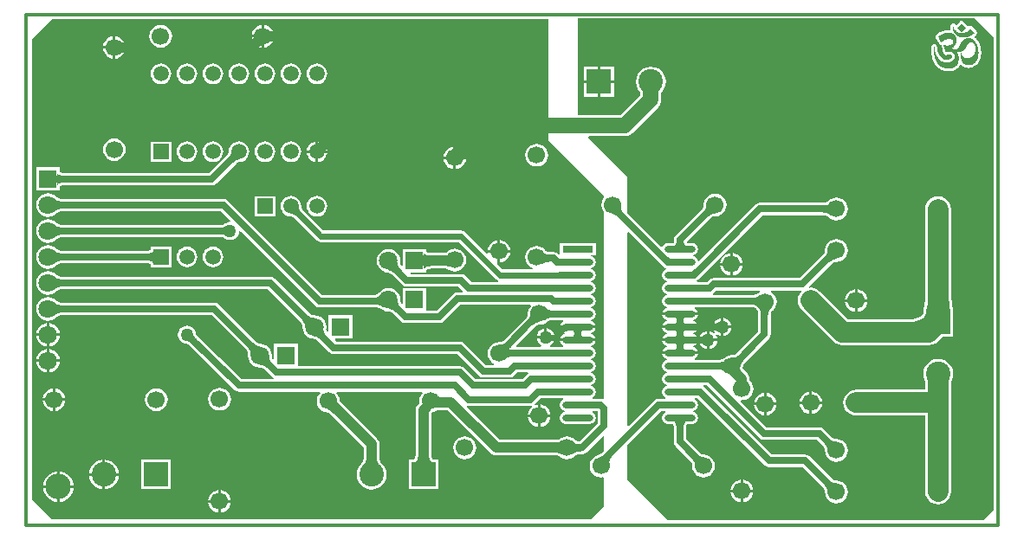
<source format=gtl>
G04 Layer_Physical_Order=1*
G04 Layer_Color=6759642*
%FSLAX44Y44*%
%MOMM*%
G71*
G01*
G75*
%ADD10O,3.0000X0.6500*%
%ADD11R,3.0000X0.6500*%
%ADD12C,1.5000*%
%ADD13C,1.0000*%
%ADD14C,0.7000*%
%ADD15C,0.6000*%
%ADD16C,2.0000*%
%ADD17C,0.3000*%
%ADD18C,2.5000*%
%ADD19R,2.4000X2.4000*%
%ADD20C,2.4000*%
%ADD21C,1.8000*%
%ADD22R,1.8000X1.8000*%
%ADD23R,1.8000X1.8000*%
%ADD24C,1.5000*%
%ADD25R,1.5000X1.5000*%
%ADD26C,1.5000*%
%ADD27R,1.5000X1.5000*%
%ADD28R,2.4000X2.4000*%
%ADD29C,1.7000*%
%ADD30C,1.2700*%
G36*
X-3166Y205158D02*
X-2564Y204682D01*
X-1926Y204262D01*
X-1253Y203898D01*
X-544Y203590D01*
X200Y203338D01*
X979Y203142D01*
X1795Y203002D01*
X2645Y202918D01*
X3532Y202890D01*
Y195890D01*
X2645Y195862D01*
X1795Y195778D01*
X979Y195638D01*
X200Y195442D01*
X-544Y195190D01*
X-1253Y194882D01*
X-1926Y194518D01*
X-2564Y194098D01*
X-3166Y193622D01*
X-3733Y193090D01*
Y205690D01*
X-3166Y205158D01*
D02*
G37*
G36*
X685888Y190692D02*
X685312Y190453D01*
X684000Y189446D01*
X683809Y189351D01*
X683356Y188999D01*
X682960Y188741D01*
X682535Y188511D01*
X682075Y188307D01*
X681578Y188129D01*
X681040Y187980D01*
X680459Y187861D01*
X679834Y187773D01*
X679775Y187768D01*
X639872D01*
X639487Y189038D01*
X640860Y189955D01*
X642866Y191962D01*
X685635D01*
X685888Y190692D01*
D02*
G37*
G36*
X317106Y175736D02*
X316473Y176187D01*
X315812Y176591D01*
X315125Y176947D01*
X314410Y177255D01*
X313668Y177516D01*
X312898Y177730D01*
X312101Y177896D01*
X311278Y178015D01*
X310426Y178086D01*
X309548Y178110D01*
X308461Y185110D01*
X309355Y185141D01*
X310204Y185234D01*
X311006Y185389D01*
X311762Y185606D01*
X312472Y185885D01*
X313136Y186226D01*
X313753Y186629D01*
X314324Y187094D01*
X314849Y187621D01*
X315328Y188210D01*
X317106Y175736D01*
D02*
G37*
G36*
X629681Y210712D02*
X627951Y209004D01*
X623189Y204785D01*
X622538Y204383D01*
X622103Y204242D01*
X621884Y204363D01*
X621880Y204744D01*
X622092Y205386D01*
X614378Y210227D01*
X615021Y209935D01*
X615741Y209819D01*
X616538Y209878D01*
X617412Y210112D01*
X618363Y210522D01*
X619390Y211107D01*
X620495Y211868D01*
X621677Y212804D01*
X622936Y213915D01*
X624272Y215201D01*
X629681Y210712D01*
D02*
G37*
G36*
X331477Y219228D02*
X331502Y218476D01*
X331599Y217737D01*
X331770Y217010D01*
X332014Y216295D01*
X332331Y215593D01*
X332721Y214904D01*
X333185Y214226D01*
X333721Y213562D01*
X334330Y212909D01*
X328841Y208499D01*
X328200Y209104D01*
X327545Y209653D01*
X326875Y210145D01*
X326191Y210581D01*
X325491Y210961D01*
X324777Y211285D01*
X324048Y211552D01*
X323304Y211763D01*
X322545Y211918D01*
X321772Y212016D01*
X331526Y219993D01*
X331477Y219228D01*
D02*
G37*
G36*
X494939Y203873D02*
X494817Y203899D01*
X494581Y203923D01*
X493192Y203976D01*
X488610Y204010D01*
Y210010D01*
X494939Y210147D01*
Y203873D01*
D02*
G37*
G36*
X-3166Y179758D02*
X-2564Y179282D01*
X-1926Y178862D01*
X-1253Y178498D01*
X-544Y178190D01*
X200Y177938D01*
X979Y177742D01*
X1795Y177602D01*
X2645Y177518D01*
X3532Y177490D01*
Y170490D01*
X2645Y170462D01*
X1795Y170378D01*
X979Y170238D01*
X200Y170042D01*
X-544Y169790D01*
X-1253Y169482D01*
X-1926Y169118D01*
X-2564Y168698D01*
X-3166Y168222D01*
X-3733Y167690D01*
Y180290D01*
X-3166Y179758D01*
D02*
G37*
G36*
X696232Y174207D02*
X695728Y173754D01*
X695277Y173256D01*
X694880Y172714D01*
X694535Y172126D01*
X694243Y171493D01*
X694004Y170814D01*
X693819Y170091D01*
X693686Y169323D01*
X693606Y168509D01*
X693580Y167650D01*
X686580Y168378D01*
X686558Y169230D01*
X686492Y170047D01*
X686382Y170830D01*
X686229Y171577D01*
X686031Y172290D01*
X685790Y172967D01*
X685505Y173609D01*
X685175Y174217D01*
X684802Y174789D01*
X684385Y175327D01*
X696232Y174207D01*
D02*
G37*
G36*
X476763Y174496D02*
X477279Y174058D01*
X477837Y173672D01*
X478438Y173337D01*
X479082Y173054D01*
X479769Y172822D01*
X480498Y172642D01*
X481270Y172513D01*
X482084Y172436D01*
X482942Y172410D01*
X482516Y165410D01*
X481663Y165387D01*
X480846Y165318D01*
X480066Y165202D01*
X479323Y165041D01*
X478616Y164833D01*
X477946Y164580D01*
X477312Y164280D01*
X476716Y163934D01*
X476155Y163542D01*
X475632Y163104D01*
X476290Y174985D01*
X476763Y174496D01*
D02*
G37*
G36*
X684277Y175458D02*
X683824Y175962D01*
X683326Y176413D01*
X682784Y176810D01*
X682196Y177155D01*
X681563Y177447D01*
X680884Y177686D01*
X680161Y177871D01*
X679393Y178004D01*
X678579Y178083D01*
X677720Y178110D01*
X678448Y185110D01*
X679300Y185132D01*
X680117Y185198D01*
X680900Y185308D01*
X681647Y185461D01*
X682360Y185659D01*
X683037Y185900D01*
X683679Y186185D01*
X684287Y186515D01*
X684859Y186888D01*
X685397Y187305D01*
X684277Y175458D01*
D02*
G37*
G36*
X869810Y189459D02*
X870755Y175060D01*
X871050Y174060D01*
X871385Y173459D01*
X871759Y173260D01*
X847821D01*
X848195Y173459D01*
X848530Y174060D01*
X848825Y175060D01*
X849081Y176460D01*
X849298Y178260D01*
X849613Y183060D01*
X849790Y193260D01*
X869790D01*
X869810Y189459D01*
D02*
G37*
G36*
X331604Y182013D02*
X331693Y181251D01*
X331847Y180503D01*
X332066Y179769D01*
X332349Y179051D01*
X332697Y178346D01*
X333110Y177656D01*
X333587Y176981D01*
X334129Y176320D01*
X334736Y175674D01*
X329786Y170724D01*
X329140Y171331D01*
X328479Y171873D01*
X327804Y172350D01*
X327114Y172763D01*
X326409Y173111D01*
X325690Y173394D01*
X324957Y173613D01*
X324209Y173767D01*
X323447Y173856D01*
X322670Y173880D01*
X331580Y182790D01*
X331604Y182013D01*
D02*
G37*
G36*
X550093Y273381D02*
X550082Y272723D01*
X550147Y272069D01*
X550287Y271418D01*
X550502Y270771D01*
X550792Y270127D01*
X551157Y269487D01*
X551596Y268850D01*
X552112Y268218D01*
X552701Y267588D01*
X546796Y263595D01*
X546180Y264183D01*
X544935Y265208D01*
X544306Y265644D01*
X543673Y266030D01*
X543035Y266366D01*
X542393Y266651D01*
X541747Y266885D01*
X541096Y267069D01*
X540440Y267203D01*
X550178Y274043D01*
X550093Y273381D01*
D02*
G37*
G36*
X163105Y245745D02*
X162893Y245925D01*
X162626Y246085D01*
X162304Y246227D01*
X161929Y246350D01*
X161499Y246454D01*
X161014Y246539D01*
X159882Y246652D01*
X159234Y246681D01*
X158532Y246690D01*
Y253690D01*
X159234Y253699D01*
X161014Y253841D01*
X161499Y253926D01*
X161929Y254030D01*
X162304Y254153D01*
X162626Y254295D01*
X162893Y254455D01*
X163105Y254635D01*
Y245745D01*
D02*
G37*
G36*
X-3166Y255958D02*
X-2564Y255482D01*
X-1926Y255062D01*
X-1253Y254698D01*
X-544Y254390D01*
X200Y254138D01*
X979Y253942D01*
X1795Y253802D01*
X2645Y253718D01*
X3532Y253690D01*
Y246690D01*
X2645Y246662D01*
X1795Y246578D01*
X979Y246438D01*
X200Y246242D01*
X-544Y245990D01*
X-1253Y245682D01*
X-1926Y245318D01*
X-2564Y244898D01*
X-3166Y244422D01*
X-3733Y243890D01*
Y256490D01*
X-3166Y255958D01*
D02*
G37*
G36*
X641403Y267100D02*
X640721Y267101D01*
X640046Y267037D01*
X639377Y266907D01*
X638715Y266712D01*
X638059Y266451D01*
X637410Y266125D01*
X636767Y265733D01*
X636130Y265277D01*
X635500Y264754D01*
X634876Y264166D01*
X630139Y269329D01*
X630726Y269949D01*
X631254Y270576D01*
X631721Y271210D01*
X632129Y271851D01*
X632478Y272498D01*
X632766Y273153D01*
X632995Y273814D01*
X633164Y274481D01*
X633274Y275156D01*
X633324Y275837D01*
X641403Y267100D01*
D02*
G37*
G36*
X754190Y265830D02*
X753690Y266296D01*
X753150Y266712D01*
X752571Y267080D01*
X751953Y267398D01*
X751295Y267668D01*
X750598Y267888D01*
X749861Y268060D01*
X749085Y268182D01*
X748269Y268256D01*
X747414Y268280D01*
Y275280D01*
X748269Y275305D01*
X749085Y275378D01*
X749861Y275501D01*
X750598Y275672D01*
X751295Y275893D01*
X751953Y276162D01*
X752571Y276481D01*
X753150Y276848D01*
X753690Y277264D01*
X754190Y277730D01*
Y265830D01*
D02*
G37*
G36*
X234851Y273619D02*
X234926Y273003D01*
X235056Y272396D01*
X235241Y271797D01*
X235480Y271208D01*
X235774Y270628D01*
X236122Y270057D01*
X236525Y269495D01*
X236982Y268943D01*
X237494Y268399D01*
X233251Y264156D01*
X232708Y264668D01*
X232155Y265125D01*
X231593Y265528D01*
X231022Y265876D01*
X230442Y266170D01*
X229853Y266409D01*
X229254Y266594D01*
X228647Y266724D01*
X228031Y266799D01*
X227405Y266820D01*
X234830Y274245D01*
X234851Y273619D01*
D02*
G37*
G36*
X474416Y229168D02*
X474913Y228717D01*
X475456Y228320D01*
X476044Y227975D01*
X476677Y227683D01*
X477355Y227444D01*
X478079Y227259D01*
X478847Y227126D01*
X479661Y227047D01*
X480520Y227020D01*
X479792Y220020D01*
X478940Y219998D01*
X478122Y219932D01*
X477340Y219822D01*
X476593Y219669D01*
X475880Y219471D01*
X475203Y219230D01*
X474561Y218944D01*
X473953Y218615D01*
X473381Y218242D01*
X472843Y217825D01*
X473963Y229672D01*
X474416Y229168D01*
D02*
G37*
G36*
X381867Y215285D02*
X381660Y215417D01*
X381370Y215535D01*
X380996Y215639D01*
X380539Y215730D01*
X379998Y215806D01*
X378664Y215917D01*
X376036Y215980D01*
X374860Y225980D01*
X375811Y225991D01*
X378179Y226164D01*
X378808Y226268D01*
X379357Y226395D01*
X379825Y226545D01*
X380212Y226717D01*
X380520Y226913D01*
X380747Y227132D01*
X381867Y215285D01*
D02*
G37*
G36*
X357049Y229195D02*
X357350Y228521D01*
X357850Y227925D01*
X358549Y227409D01*
X359450Y226972D01*
X360550Y226615D01*
X361850Y226337D01*
X363349Y226139D01*
X365050Y226020D01*
X366950Y225980D01*
Y215980D01*
X365050Y215940D01*
X361850Y215623D01*
X360550Y215345D01*
X359450Y214988D01*
X358549Y214551D01*
X357850Y214035D01*
X357350Y213440D01*
X357049Y212765D01*
X356950Y212010D01*
Y229949D01*
X357049Y229195D01*
D02*
G37*
G36*
X611056Y240603D02*
X611134Y239558D01*
X611265Y238637D01*
X611448Y237838D01*
X611683Y237163D01*
X611971Y236610D01*
X612310Y236180D01*
X612702Y235873D01*
X613146Y235688D01*
X613643Y235627D01*
X601417D01*
X601914Y235688D01*
X602358Y235873D01*
X602750Y236180D01*
X603089Y236610D01*
X603377Y237163D01*
X603612Y237838D01*
X603795Y238637D01*
X603926Y239558D01*
X604004Y240603D01*
X604030Y241770D01*
X611030D01*
X611056Y240603D01*
D02*
G37*
G36*
X760175Y222640D02*
X759492Y222616D01*
X758816Y222529D01*
X758147Y222379D01*
X757485Y222167D01*
X756829Y221893D01*
X756180Y221556D01*
X755538Y221156D01*
X754902Y220694D01*
X754273Y220169D01*
X753651Y219582D01*
X748702Y224531D01*
X749289Y225153D01*
X749814Y225782D01*
X750276Y226418D01*
X750676Y227060D01*
X751013Y227709D01*
X751288Y228365D01*
X751499Y229027D01*
X751649Y229696D01*
X751736Y230372D01*
X751760Y231055D01*
X760175Y222640D01*
D02*
G37*
G36*
X593681Y226658D02*
X596072Y224661D01*
X597165Y223912D01*
X598189Y223331D01*
X599145Y222916D01*
X600032Y222668D01*
X600850Y222588D01*
X601600Y222674D01*
X602282Y222927D01*
X592968Y218086D01*
X592982Y217945D01*
X592839Y217976D01*
X592537Y218178D01*
X592077Y218552D01*
X590682Y219814D01*
X585994Y224396D01*
X592383Y227907D01*
X593681Y226658D01*
D02*
G37*
G36*
X469815Y160880D02*
X469132Y160856D01*
X468456Y160769D01*
X467787Y160620D01*
X467125Y160408D01*
X466469Y160133D01*
X465820Y159796D01*
X465178Y159396D01*
X464542Y158934D01*
X463913Y158409D01*
X463291Y157822D01*
X458342Y162771D01*
X458929Y163393D01*
X459454Y164022D01*
X459916Y164658D01*
X460316Y165300D01*
X460653Y165949D01*
X460928Y166605D01*
X461139Y167267D01*
X461289Y167936D01*
X461376Y168612D01*
X461400Y169295D01*
X469815Y160880D01*
D02*
G37*
G36*
X613865Y64023D02*
X613270Y63812D01*
X612745Y63460D01*
X612290Y62968D01*
X611905Y62336D01*
X611590Y61562D01*
X611345Y60648D01*
X611170Y59594D01*
X611065Y58398D01*
X611030Y57063D01*
X604030D01*
X603995Y58398D01*
X603890Y59594D01*
X603715Y60648D01*
X603470Y61562D01*
X603155Y62336D01*
X602770Y62968D01*
X602315Y63460D01*
X601790Y63812D01*
X601195Y64023D01*
X600530Y64093D01*
X614530D01*
X613865Y64023D01*
D02*
G37*
G36*
X503610Y43584D02*
X504150Y43168D01*
X504729Y42800D01*
X505347Y42482D01*
X506005Y42213D01*
X506702Y41992D01*
X507439Y41821D01*
X508215Y41698D01*
X509031Y41624D01*
X509755Y41604D01*
X510611Y41600D01*
Y34600D01*
X509671Y34594D01*
X509031Y34576D01*
X508215Y34502D01*
X507439Y34379D01*
X506702Y34208D01*
X506005Y33988D01*
X505347Y33718D01*
X504729Y33400D01*
X504150Y33032D01*
X503610Y32615D01*
X503110Y32150D01*
Y34551D01*
X500545Y34534D01*
Y41666D01*
X500658Y41653D01*
X500969Y41642D01*
X503110Y41633D01*
Y44050D01*
X503610Y43584D01*
D02*
G37*
G36*
X754273Y46531D02*
X754902Y46006D01*
X755538Y45544D01*
X756180Y45144D01*
X756829Y44807D01*
X757485Y44532D01*
X758147Y44321D01*
X758816Y44171D01*
X759492Y44084D01*
X760175Y44060D01*
X751760Y35645D01*
X751736Y36328D01*
X751649Y37004D01*
X751499Y37673D01*
X751288Y38335D01*
X751013Y38991D01*
X750676Y39640D01*
X750276Y40282D01*
X749814Y40918D01*
X749289Y41547D01*
X748702Y42169D01*
X753651Y47118D01*
X754273Y46531D01*
D02*
G37*
G36*
X370802Y88560D02*
X371103Y88348D01*
X371485Y88161D01*
X371949Y87999D01*
X372493Y87862D01*
X373118Y87749D01*
X373824Y87662D01*
X375479Y87563D01*
X376428Y87550D01*
X374529Y77550D01*
X373565Y77545D01*
X369608Y77295D01*
X369253Y77217D01*
X368985Y77129D01*
X368803Y77030D01*
X370581Y88796D01*
X370802Y88560D01*
D02*
G37*
G36*
X272222Y83447D02*
X272325Y83116D01*
X272499Y82740D01*
X272744Y82321D01*
X273059Y81858D01*
X273444Y81352D01*
X274427Y80208D01*
X275692Y78889D01*
X268621Y71818D01*
X267940Y72486D01*
X265652Y74451D01*
X265189Y74766D01*
X264770Y75011D01*
X264394Y75185D01*
X264063Y75288D01*
X263775Y75320D01*
X272190Y83735D01*
X272222Y83447D01*
D02*
G37*
G36*
X493248Y85282D02*
X491606Y84184D01*
X490326Y82269D01*
X489877Y80010D01*
X490326Y77751D01*
X491606Y75836D01*
X493521Y74556D01*
X494770Y74307D01*
Y73013D01*
X493521Y72764D01*
X491606Y71484D01*
X490326Y69569D01*
X489877Y67310D01*
X490326Y65051D01*
X491606Y63136D01*
X493521Y61856D01*
X495780Y61407D01*
X519280D01*
X521539Y61856D01*
X523454Y63136D01*
X524734Y65051D01*
X525183Y67310D01*
X524734Y69569D01*
X523454Y71484D01*
X521812Y72582D01*
X522086Y73852D01*
X527039D01*
X527242Y73649D01*
Y62241D01*
X509259Y44258D01*
X508658D01*
X508534Y44269D01*
X507935Y44364D01*
X507387Y44492D01*
X506888Y44650D01*
X506433Y44836D01*
X506018Y45049D01*
X505638Y45291D01*
X505288Y45561D01*
X505087Y45748D01*
X504914Y45974D01*
X502608Y47743D01*
X499922Y48856D01*
X497040Y49235D01*
X494158Y48856D01*
X491472Y47743D01*
X489241Y46031D01*
X489006Y45969D01*
X488688Y45909D01*
X485999Y45705D01*
X431140D01*
X398639Y78206D01*
X399310Y79331D01*
X401320Y78932D01*
X461010D01*
X462517Y79232D01*
X463055Y78044D01*
X462026Y77254D01*
X460257Y74948D01*
X459144Y72262D01*
X458932Y70650D01*
X468630D01*
Y80348D01*
X467018Y80136D01*
X466129Y79768D01*
X465365Y80735D01*
X471181Y86552D01*
X492974D01*
X493248Y85282D01*
D02*
G37*
G36*
X625000Y31492D02*
X625625Y30963D01*
X626258Y30491D01*
X626897Y30077D01*
X627543Y29721D01*
X628195Y29423D01*
X628854Y29182D01*
X629520Y28999D01*
X630192Y28874D01*
X630871Y28806D01*
X621915Y20970D01*
X621934Y21650D01*
X621885Y22324D01*
X621769Y22991D01*
X621585Y23652D01*
X621334Y24307D01*
X621016Y24957D01*
X620630Y25600D01*
X620177Y26237D01*
X619656Y26867D01*
X619068Y27492D01*
X624380Y32079D01*
X625000Y31492D01*
D02*
G37*
G36*
X311104Y28796D02*
X311206Y27641D01*
X311376Y26544D01*
X311614Y25503D01*
X311920Y24521D01*
X312294Y23596D01*
X312736Y22728D01*
X313246Y21918D01*
X313824Y21165D01*
X314470Y20470D01*
X297670D01*
X298316Y21165D01*
X298894Y21918D01*
X299404Y22728D01*
X299846Y23596D01*
X300220Y24521D01*
X300526Y25503D01*
X300764Y26544D01*
X300934Y27641D01*
X301036Y28796D01*
X301070Y30009D01*
X311070D01*
X311104Y28796D01*
D02*
G37*
G36*
X754273Y5891D02*
X754902Y5366D01*
X755538Y4904D01*
X756180Y4504D01*
X756829Y4167D01*
X757485Y3893D01*
X758147Y3681D01*
X758816Y3531D01*
X759492Y3444D01*
X760175Y3420D01*
X751760Y-4995D01*
X751736Y-4312D01*
X751649Y-3636D01*
X751499Y-2967D01*
X751288Y-2305D01*
X751013Y-1649D01*
X750676Y-1000D01*
X750276Y-358D01*
X749814Y278D01*
X749289Y907D01*
X748702Y1529D01*
X753651Y6478D01*
X754273Y5891D01*
D02*
G37*
G36*
X490970Y32150D02*
X490743Y32331D01*
X490436Y32492D01*
X490047Y32634D01*
X489578Y32758D01*
X489028Y32863D01*
X488397Y32948D01*
X486894Y33062D01*
X485066Y33100D01*
Y43100D01*
X486020Y43109D01*
X489028Y43337D01*
X489578Y43442D01*
X490047Y43566D01*
X490436Y43708D01*
X490743Y43870D01*
X490970Y44050D01*
Y32150D01*
D02*
G37*
G36*
X361920Y31964D02*
X362070Y30259D01*
X362320Y28754D01*
X362670Y27450D01*
X363120Y26347D01*
X363670Y25444D01*
X364320Y24742D01*
X365070Y24240D01*
X365920Y23939D01*
X366870Y23839D01*
X346870D01*
X347820Y23939D01*
X348670Y24240D01*
X349420Y24742D01*
X350070Y25444D01*
X350620Y26347D01*
X351070Y27450D01*
X351420Y28754D01*
X351670Y30259D01*
X351820Y31964D01*
X351870Y33870D01*
X361870D01*
X361920Y31964D01*
D02*
G37*
G36*
X540757Y29078D02*
X540165Y28444D01*
X539654Y27811D01*
X539226Y27178D01*
X538880Y26546D01*
X538616Y25914D01*
X538434Y25283D01*
X538335Y24652D01*
X538318Y24022D01*
X538384Y23392D01*
X538531Y22763D01*
X528110Y28509D01*
X528714Y28699D01*
X529320Y28934D01*
X529927Y29214D01*
X530534Y29539D01*
X531143Y29908D01*
X532364Y30780D01*
X532976Y31283D01*
X534204Y32424D01*
X540757Y29078D01*
D02*
G37*
G36*
X847821Y149320D02*
X827821Y141130D01*
Y161130D01*
X831624Y161230D01*
X835027Y161530D01*
X838030Y162030D01*
X840633Y162730D01*
X842836Y163630D01*
X844639Y164730D01*
X846042Y166030D01*
X847045Y167530D01*
X847648Y169230D01*
X847851Y171130D01*
X847821Y149320D01*
D02*
G37*
G36*
X132107Y148330D02*
X132186Y148029D01*
X132317Y147703D01*
X132500Y147353D01*
X132736Y146978D01*
X133023Y146579D01*
X133755Y145707D01*
X134199Y145234D01*
X134695Y144738D01*
X129808Y139726D01*
X129299Y140209D01*
X127925Y141350D01*
X127519Y141628D01*
X127138Y141853D01*
X126784Y142028D01*
X126455Y142151D01*
X126151Y142222D01*
X125874Y142242D01*
X132080Y148607D01*
X132107Y148330D01*
D02*
G37*
G36*
X191229Y140146D02*
X191885Y139597D01*
X192555Y139105D01*
X193239Y138669D01*
X193939Y138289D01*
X194653Y137965D01*
X195382Y137698D01*
X196126Y137487D01*
X196885Y137332D01*
X197658Y137234D01*
X187904Y129257D01*
X187953Y130022D01*
X187928Y130774D01*
X187831Y131513D01*
X187660Y132240D01*
X187416Y132955D01*
X187099Y133657D01*
X186709Y134347D01*
X186245Y135024D01*
X185709Y135688D01*
X185100Y136341D01*
X190589Y140751D01*
X191229Y140146D01*
D02*
G37*
G36*
X478790Y339090D02*
X533400Y284480D01*
Y282752D01*
X532177Y281158D01*
X531064Y278472D01*
X530685Y275590D01*
X531064Y272708D01*
X532177Y270022D01*
X533400Y268428D01*
X533400Y86076D01*
X532280Y85477D01*
X531947Y85700D01*
X529590Y86168D01*
X522086D01*
X521812Y87438D01*
X523454Y88536D01*
X524734Y90451D01*
X525183Y92710D01*
X524734Y94969D01*
X523454Y96884D01*
X521539Y98164D01*
X520290Y98413D01*
Y99707D01*
X521539Y99956D01*
X523454Y101236D01*
X524734Y103151D01*
X525183Y105410D01*
X524734Y107669D01*
X523454Y109584D01*
X521539Y110864D01*
X520290Y111113D01*
Y112407D01*
X521539Y112656D01*
X523454Y113936D01*
X524734Y115851D01*
X525183Y118110D01*
X524734Y120369D01*
X523454Y122284D01*
X521539Y123564D01*
X520290Y123813D01*
Y125107D01*
X521539Y125356D01*
X523454Y126636D01*
X524734Y128551D01*
X525183Y130810D01*
X524734Y133069D01*
X523454Y134984D01*
X521539Y136264D01*
X520290Y136513D01*
Y137807D01*
X521539Y138056D01*
X523454Y139336D01*
X524734Y141251D01*
X524931Y142240D01*
X507530D01*
X490129D01*
X490326Y141251D01*
X491606Y139336D01*
X493248Y138238D01*
X492974Y136968D01*
X480874D01*
X480622Y138238D01*
X480733Y138285D01*
X482590Y139710D01*
X484015Y141567D01*
X484911Y143729D01*
X485050Y144780D01*
X467450D01*
X467589Y143729D01*
X468485Y141567D01*
X469910Y139710D01*
X471767Y138285D01*
X471878Y138238D01*
X471626Y136968D01*
X447857D01*
X447371Y138142D01*
X466039Y156810D01*
X466135Y156890D01*
X466626Y157247D01*
X467103Y157544D01*
X467568Y157786D01*
X468021Y157975D01*
X468465Y158118D01*
X468905Y158216D01*
X469344Y158272D01*
X469617Y158282D01*
X469900Y158245D01*
X472782Y158624D01*
X475468Y159737D01*
X477201Y161067D01*
X477294Y161118D01*
X477588Y161364D01*
X477774Y161506D01*
X477786Y161522D01*
X478110Y161749D01*
X478518Y161985D01*
X478960Y162194D01*
X479440Y162376D01*
X479963Y162530D01*
X480531Y162653D01*
X481145Y162744D01*
X481235Y162752D01*
X492974D01*
X493248Y161482D01*
X491606Y160384D01*
X490326Y158469D01*
X490129Y157480D01*
X492597D01*
X492968Y157834D01*
X493521Y157480D01*
X507530D01*
X524931D01*
X524734Y158469D01*
X523454Y160384D01*
X521539Y161664D01*
X520290Y161913D01*
Y163207D01*
X521539Y163456D01*
X523454Y164736D01*
X524734Y166651D01*
X525183Y168910D01*
X524734Y171169D01*
X523454Y173084D01*
X521539Y174364D01*
X520290Y174613D01*
Y175907D01*
X521539Y176156D01*
X523454Y177436D01*
X524734Y179351D01*
X525183Y181610D01*
X524734Y183869D01*
X523454Y185784D01*
X521539Y187064D01*
X520290Y187313D01*
Y188607D01*
X521539Y188856D01*
X523454Y190136D01*
X524734Y192051D01*
X525183Y194310D01*
X524734Y196569D01*
X523454Y198484D01*
X521539Y199764D01*
X520290Y200013D01*
Y201307D01*
X521539Y201556D01*
X523454Y202836D01*
X524734Y204751D01*
X525183Y207010D01*
X524734Y209269D01*
X523454Y211184D01*
X521539Y212464D01*
X520290Y212713D01*
Y214007D01*
X521539Y214256D01*
X523454Y215536D01*
X524734Y217451D01*
X525183Y219710D01*
X524734Y221969D01*
X523454Y223884D01*
X521539Y225164D01*
X520604Y225350D01*
X520729Y226620D01*
X525070D01*
Y238200D01*
X489990D01*
Y227905D01*
X488720Y227379D01*
X488225Y227875D01*
X486227Y229209D01*
X483870Y229678D01*
X479357D01*
X479194Y229694D01*
X478622Y229793D01*
X478109Y229925D01*
X477651Y230086D01*
X477244Y230273D01*
X476881Y230487D01*
X476553Y230727D01*
X476254Y230998D01*
X475890Y231403D01*
X475774Y231489D01*
X475234Y232194D01*
X472928Y233963D01*
X470242Y235076D01*
X467360Y235455D01*
X464478Y235076D01*
X461792Y233963D01*
X459486Y232194D01*
X457717Y229888D01*
X456604Y227202D01*
X456225Y224320D01*
X456604Y221438D01*
X457717Y218752D01*
X459486Y216446D01*
X461792Y214677D01*
X463598Y213929D01*
X463346Y212659D01*
X434140D01*
X428624Y218175D01*
X429217Y219378D01*
X429260Y219372D01*
Y229070D01*
X419562D01*
X419568Y229027D01*
X418365Y228433D01*
X397694Y249104D01*
X395862Y250329D01*
X393700Y250759D01*
X393700Y250758D01*
X258880D01*
X238654Y270984D01*
X238577Y271077D01*
X238283Y271488D01*
X238038Y271889D01*
X237839Y272282D01*
X237682Y272668D01*
X237565Y273050D01*
X237483Y273433D01*
X237435Y273821D01*
X237426Y274088D01*
X237457Y274320D01*
X237112Y276941D01*
X236100Y279383D01*
X234491Y281481D01*
X232393Y283090D01*
X229951Y284102D01*
X227330Y284447D01*
X224709Y284102D01*
X222267Y283090D01*
X220169Y281481D01*
X218560Y279383D01*
X217548Y276941D01*
X217203Y274320D01*
X217548Y271699D01*
X218560Y269257D01*
X220169Y267159D01*
X222267Y265550D01*
X224709Y264538D01*
X227330Y264193D01*
X227562Y264224D01*
X227829Y264215D01*
X228218Y264167D01*
X228600Y264086D01*
X228982Y263967D01*
X229368Y263811D01*
X229761Y263612D01*
X230162Y263367D01*
X230573Y263073D01*
X230665Y262996D01*
X252546Y241116D01*
X252546Y241116D01*
X254378Y239891D01*
X256540Y239461D01*
X256540Y239461D01*
X391360D01*
X427806Y203016D01*
X427806Y203016D01*
X429638Y201791D01*
X429905Y201738D01*
X429780Y200468D01*
X403871D01*
X398055Y206285D01*
X396057Y207619D01*
X393700Y208088D01*
X344033D01*
X343979Y208170D01*
X344658Y209440D01*
X356853D01*
X356950Y209421D01*
X357046Y209440D01*
X359520D01*
Y211694D01*
X359568Y212054D01*
X359635Y212133D01*
X359894Y212325D01*
X360419Y212580D01*
X361222Y212840D01*
X362249Y213060D01*
X365205Y213353D01*
X366244Y213375D01*
X376649D01*
X378526Y213330D01*
X379709Y213232D01*
X380107Y213175D01*
X380397Y213118D01*
X380525Y213082D01*
X380572Y213064D01*
X380576Y213062D01*
X381782Y212137D01*
X384468Y211024D01*
X387350Y210645D01*
X390232Y211024D01*
X392918Y212137D01*
X395224Y213906D01*
X396993Y216212D01*
X398106Y218898D01*
X398485Y221780D01*
X398106Y224662D01*
X396993Y227348D01*
X395224Y229654D01*
X392918Y231423D01*
X390232Y232536D01*
X387350Y232915D01*
X384468Y232536D01*
X381782Y231423D01*
X379476Y229654D01*
X378994Y229025D01*
X378949Y228996D01*
X378936Y228984D01*
X378900Y228968D01*
X378669Y228894D01*
X378305Y228810D01*
X377874Y228739D01*
X375768Y228585D01*
X366244D01*
X365167Y228608D01*
X363610Y228717D01*
X362291Y228891D01*
X361222Y229120D01*
X360419Y229380D01*
X359894Y229635D01*
X359635Y229827D01*
X359568Y229906D01*
X359520Y230266D01*
Y232520D01*
X357046D01*
X356950Y232539D01*
X356853Y232520D01*
X336440D01*
Y216800D01*
X336219Y216623D01*
X335904Y216539D01*
X335038Y216695D01*
X334569Y216931D01*
X334425Y217249D01*
X334262Y217726D01*
X334150Y218204D01*
X334086Y218688D01*
X334070Y219188D01*
X334110Y219828D01*
X334089Y219988D01*
X334220Y220980D01*
X333823Y223993D01*
X332660Y226800D01*
X330810Y229210D01*
X328400Y231060D01*
X325592Y232223D01*
X322580Y232620D01*
X319568Y232223D01*
X316760Y231060D01*
X314350Y229210D01*
X312500Y226800D01*
X311337Y223993D01*
X310940Y220980D01*
X311337Y217967D01*
X312500Y215160D01*
X314350Y212750D01*
X316760Y210900D01*
X319568Y209737D01*
X321235Y209517D01*
X321444Y209447D01*
X322122Y209361D01*
X322690Y209245D01*
X323247Y209087D01*
X323795Y208886D01*
X324337Y208641D01*
X324876Y208348D01*
X325411Y208007D01*
X325945Y207615D01*
X326072Y207508D01*
X336005Y197575D01*
X338003Y196241D01*
X340360Y195772D01*
X391149D01*
X395439Y191482D01*
X394953Y190308D01*
X389890D01*
X387533Y189839D01*
X385535Y188505D01*
X369559Y172528D01*
X359520D01*
Y194420D01*
X336440D01*
Y179632D01*
X335667Y179257D01*
X335170Y179257D01*
X334973Y179587D01*
X334719Y180101D01*
X334516Y180616D01*
X334361Y181135D01*
X334252Y181663D01*
X334189Y182205D01*
X334178Y182563D01*
X334220Y182880D01*
X333823Y185893D01*
X332660Y188700D01*
X330810Y191110D01*
X328400Y192960D01*
X325592Y194123D01*
X322580Y194520D01*
X319568Y194123D01*
X316760Y192960D01*
X314350Y191110D01*
X313480Y189978D01*
X313318Y189844D01*
X312922Y189356D01*
X312585Y189017D01*
X312223Y188723D01*
X311833Y188468D01*
X311404Y188248D01*
X310930Y188061D01*
X310402Y187910D01*
X309816Y187797D01*
X309557Y187768D01*
X257821D01*
X165645Y279945D01*
X163647Y281280D01*
X161290Y281748D01*
X2362D01*
X2141Y281770D01*
X1515Y281878D01*
X932Y282024D01*
X389Y282208D01*
X-119Y282429D01*
X-596Y282687D01*
X-1046Y282983D01*
X-1474Y283321D01*
X-1735Y283566D01*
X-1930Y283820D01*
X-4340Y285670D01*
X-7147Y286833D01*
X-10160Y287229D01*
X-13173Y286833D01*
X-15980Y285670D01*
X-18390Y283820D01*
X-20240Y281410D01*
X-21403Y278603D01*
X-21800Y275590D01*
X-21403Y272577D01*
X-20240Y269770D01*
X-18390Y267360D01*
X-15980Y265510D01*
X-13173Y264347D01*
X-10160Y263950D01*
X-7147Y264347D01*
X-4340Y265510D01*
X-1930Y267360D01*
X-1735Y267614D01*
X-1474Y267859D01*
X-1046Y268197D01*
X-596Y268493D01*
X-119Y268751D01*
X389Y268972D01*
X932Y269156D01*
X1515Y269302D01*
X2141Y269410D01*
X2362Y269432D01*
X158739D01*
X167858Y260313D01*
X167267Y259108D01*
X165319Y258851D01*
X163157Y257955D01*
X161342Y256563D01*
X161221Y256523D01*
X160970Y256463D01*
X160687Y256413D01*
X159874Y256348D01*
X2362D01*
X2141Y256370D01*
X1515Y256478D01*
X932Y256624D01*
X389Y256808D01*
X-119Y257029D01*
X-596Y257287D01*
X-1046Y257583D01*
X-1474Y257921D01*
X-1735Y258166D01*
X-1930Y258420D01*
X-4340Y260270D01*
X-7147Y261433D01*
X-10160Y261829D01*
X-13173Y261433D01*
X-15980Y260270D01*
X-18390Y258420D01*
X-20240Y256010D01*
X-21403Y253202D01*
X-21800Y250190D01*
X-21403Y247178D01*
X-20240Y244370D01*
X-18390Y241960D01*
X-15980Y240110D01*
X-13173Y238947D01*
X-10160Y238550D01*
X-7147Y238947D01*
X-4340Y240110D01*
X-1930Y241960D01*
X-1735Y242214D01*
X-1474Y242459D01*
X-1046Y242797D01*
X-596Y243093D01*
X-119Y243351D01*
X389Y243572D01*
X932Y243756D01*
X1515Y243902D01*
X2141Y244010D01*
X2362Y244032D01*
X160060D01*
X160661Y243971D01*
X160970Y243917D01*
X161221Y243857D01*
X161342Y243817D01*
X163157Y242425D01*
X165319Y241529D01*
X167640Y241223D01*
X169961Y241529D01*
X172123Y242425D01*
X173980Y243850D01*
X175405Y245707D01*
X176301Y247869D01*
X176558Y249817D01*
X177763Y250408D01*
X250915Y177255D01*
X252913Y175921D01*
X255270Y175452D01*
X310854D01*
X310985Y175441D01*
X311652Y175345D01*
X312287Y175212D01*
X312890Y175045D01*
X313466Y174842D01*
X314015Y174605D01*
X314540Y174333D01*
X315045Y174025D01*
X315604Y173627D01*
X315795Y173541D01*
X316760Y172800D01*
X319568Y171637D01*
X322580Y171240D01*
X322897Y171282D01*
X323255Y171271D01*
X323797Y171208D01*
X324325Y171099D01*
X324844Y170944D01*
X325359Y170741D01*
X325873Y170487D01*
X326390Y170178D01*
X326908Y169811D01*
X327080Y169671D01*
X334735Y162015D01*
X336733Y160681D01*
X339090Y160212D01*
X372110D01*
X374467Y160681D01*
X376465Y162015D01*
X392441Y177992D01*
X460992D01*
X461618Y176722D01*
X460257Y174948D01*
X459144Y172262D01*
X458765Y169380D01*
X458802Y169097D01*
X458792Y168824D01*
X458736Y168385D01*
X458638Y167946D01*
X458495Y167501D01*
X458306Y167048D01*
X458064Y166583D01*
X457767Y166106D01*
X457410Y165615D01*
X457330Y165519D01*
X434643Y142832D01*
X434536Y142743D01*
X434050Y142393D01*
X433579Y142105D01*
X433121Y141872D01*
X432677Y141693D01*
X432242Y141561D01*
X431812Y141474D01*
X431382Y141429D01*
X430915Y141425D01*
X430530Y141475D01*
X427648Y141096D01*
X424962Y139983D01*
X422656Y138214D01*
X420887Y135908D01*
X419774Y133222D01*
X419395Y130340D01*
X419774Y127458D01*
X420887Y124772D01*
X422656Y122466D01*
X424962Y120697D01*
X425538Y120458D01*
X425285Y119188D01*
X417841D01*
X396785Y140245D01*
X394787Y141580D01*
X392430Y142048D01*
X271791D01*
X270343Y143497D01*
X270828Y144670D01*
X287130D01*
Y167750D01*
X264050D01*
Y152030D01*
X263829Y151854D01*
X263514Y151769D01*
X262648Y151925D01*
X262179Y152161D01*
X262035Y152479D01*
X261872Y152956D01*
X261760Y153434D01*
X261696Y153918D01*
X261680Y154418D01*
X261720Y155058D01*
X261699Y155218D01*
X261829Y156210D01*
X261433Y159222D01*
X260270Y162030D01*
X258420Y164440D01*
X256010Y166290D01*
X253202Y167453D01*
X250190Y167850D01*
X249873Y167808D01*
X249515Y167819D01*
X248973Y167882D01*
X248445Y167991D01*
X247926Y168146D01*
X247411Y168349D01*
X246897Y168603D01*
X246380Y168912D01*
X245862Y169279D01*
X245690Y169419D01*
X211365Y203745D01*
X209367Y205079D01*
X207010Y205548D01*
X2362D01*
X2141Y205570D01*
X1515Y205678D01*
X932Y205824D01*
X389Y206008D01*
X-119Y206229D01*
X-596Y206487D01*
X-1046Y206783D01*
X-1474Y207121D01*
X-1735Y207366D01*
X-1930Y207620D01*
X-4340Y209470D01*
X-7147Y210633D01*
X-10160Y211029D01*
X-13173Y210633D01*
X-15980Y209470D01*
X-18390Y207620D01*
X-20240Y205210D01*
X-21403Y202402D01*
X-21800Y199390D01*
X-21403Y196378D01*
X-20240Y193570D01*
X-18390Y191160D01*
X-15980Y189310D01*
X-13173Y188147D01*
X-10160Y187750D01*
X-7147Y188147D01*
X-4340Y189310D01*
X-1930Y191160D01*
X-1735Y191414D01*
X-1474Y191659D01*
X-1046Y191997D01*
X-596Y192293D01*
X-119Y192551D01*
X389Y192772D01*
X932Y192956D01*
X1515Y193102D01*
X2141Y193210D01*
X2362Y193232D01*
X204459D01*
X236981Y160710D01*
X237122Y160538D01*
X237488Y160019D01*
X237797Y159503D01*
X238051Y158989D01*
X238254Y158474D01*
X238409Y157955D01*
X238518Y157427D01*
X238581Y156885D01*
X238592Y156527D01*
X238550Y156210D01*
X238947Y153197D01*
X240110Y150390D01*
X241960Y147980D01*
X244370Y146130D01*
X247178Y144967D01*
X248845Y144747D01*
X249054Y144677D01*
X249732Y144591D01*
X250300Y144475D01*
X250857Y144317D01*
X251405Y144116D01*
X251947Y143871D01*
X252486Y143578D01*
X253022Y143237D01*
X253555Y142845D01*
X253682Y142738D01*
X264885Y131535D01*
X266883Y130201D01*
X269240Y129732D01*
X389879D01*
X410935Y108675D01*
X412933Y107340D01*
X415290Y106872D01*
X440690D01*
X443047Y107340D01*
X445045Y108675D01*
X448321Y111952D01*
X458913D01*
X459298Y110682D01*
X457925Y109765D01*
X453379Y105218D01*
X407681D01*
X396785Y116115D01*
X394787Y117450D01*
X392430Y117918D01*
X233790D01*
Y139810D01*
X210710D01*
Y125022D01*
X209937Y124647D01*
X209440Y124647D01*
X209243Y124977D01*
X208989Y125491D01*
X208786Y126006D01*
X208631Y126525D01*
X208522Y127053D01*
X208459Y127595D01*
X208448Y127953D01*
X208490Y128270D01*
X208093Y131283D01*
X206930Y134090D01*
X205080Y136500D01*
X202670Y138350D01*
X199862Y139513D01*
X198195Y139733D01*
X197986Y139803D01*
X197308Y139889D01*
X196740Y140005D01*
X196183Y140163D01*
X195635Y140364D01*
X195093Y140609D01*
X194554Y140902D01*
X194018Y141243D01*
X193485Y141635D01*
X193358Y141742D01*
X156755Y178345D01*
X154757Y179680D01*
X152400Y180148D01*
X2362D01*
X2141Y180170D01*
X1515Y180278D01*
X932Y180424D01*
X389Y180608D01*
X-119Y180829D01*
X-596Y181087D01*
X-1046Y181383D01*
X-1474Y181721D01*
X-1735Y181966D01*
X-1930Y182220D01*
X-4340Y184070D01*
X-7147Y185233D01*
X-10160Y185630D01*
X-13173Y185233D01*
X-15980Y184070D01*
X-18390Y182220D01*
X-20240Y179810D01*
X-21403Y177003D01*
X-21800Y173990D01*
X-21403Y170977D01*
X-20240Y168170D01*
X-18390Y165760D01*
X-15980Y163910D01*
X-13173Y162747D01*
X-10160Y162350D01*
X-7147Y162747D01*
X-4340Y163910D01*
X-1930Y165760D01*
X-1735Y166014D01*
X-1474Y166259D01*
X-1046Y166597D01*
X-596Y166893D01*
X-119Y167151D01*
X389Y167372D01*
X932Y167556D01*
X1515Y167702D01*
X2141Y167810D01*
X2362Y167832D01*
X149849D01*
X184007Y133674D01*
X184166Y133477D01*
X184509Y132976D01*
X184787Y132484D01*
X185005Y132001D01*
X185168Y131524D01*
X185280Y131046D01*
X185344Y130562D01*
X185360Y130062D01*
X185320Y129422D01*
X185341Y129262D01*
X185210Y128270D01*
X185607Y125258D01*
X186770Y122450D01*
X188620Y120040D01*
X191030Y118190D01*
X193838Y117027D01*
X196850Y116630D01*
X197167Y116672D01*
X197525Y116661D01*
X198067Y116598D01*
X198595Y116489D01*
X199114Y116334D01*
X199629Y116131D01*
X200143Y115877D01*
X200660Y115568D01*
X201178Y115202D01*
X201350Y115061D01*
X209005Y107405D01*
X210378Y106488D01*
X209993Y105218D01*
X179035D01*
X135457Y147707D01*
X135068Y148170D01*
X134885Y148425D01*
X134747Y148644D01*
X134671Y148789D01*
X134670Y148792D01*
X134391Y150911D01*
X133495Y153073D01*
X132070Y154930D01*
X130213Y156355D01*
X128051Y157251D01*
X125730Y157557D01*
X123409Y157251D01*
X121247Y156355D01*
X119390Y154930D01*
X117965Y153073D01*
X117069Y150911D01*
X116763Y148590D01*
X117069Y146269D01*
X117965Y144107D01*
X119390Y142250D01*
X121247Y140825D01*
X123409Y139929D01*
X125730Y139623D01*
X125789Y139631D01*
X125905Y139574D01*
X126127Y139442D01*
X126364Y139280D01*
X126992Y138759D01*
X172231Y94651D01*
X173206Y94017D01*
X174173Y93371D01*
X174212Y93363D01*
X174245Y93341D01*
X175390Y93128D01*
X176530Y92902D01*
X255415D01*
X255697Y92070D01*
X255769Y91632D01*
X254047Y89388D01*
X252934Y86702D01*
X252555Y83820D01*
X252934Y80938D01*
X254047Y78252D01*
X255816Y75946D01*
X258122Y74177D01*
X260808Y73064D01*
X263597Y72697D01*
X263806Y72575D01*
X264074Y72392D01*
X266120Y70635D01*
X298465Y38290D01*
Y29499D01*
X298449Y28947D01*
X298362Y27954D01*
X298219Y27031D01*
X298024Y26178D01*
X297779Y25393D01*
X297487Y24671D01*
X297150Y24008D01*
X296766Y23399D01*
X296336Y22839D01*
X296075Y22558D01*
X295700Y22270D01*
X293369Y19233D01*
X291904Y15696D01*
X291404Y11900D01*
X291904Y8104D01*
X293369Y4567D01*
X295700Y1530D01*
X298737Y-801D01*
X302274Y-2266D01*
X306070Y-2765D01*
X309866Y-2266D01*
X313403Y-801D01*
X316440Y1530D01*
X318771Y4567D01*
X320236Y8104D01*
X320736Y11900D01*
X320236Y15696D01*
X318771Y19233D01*
X316440Y22270D01*
X316065Y22558D01*
X315804Y22839D01*
X315374Y23399D01*
X314990Y24008D01*
X314653Y24671D01*
X314361Y25393D01*
X314116Y26178D01*
X313921Y27031D01*
X313778Y27954D01*
X313691Y28947D01*
X313675Y29499D01*
Y41440D01*
X313416Y43408D01*
X312656Y45243D01*
X311448Y46818D01*
X277033Y81232D01*
X276345Y81949D01*
X275459Y82981D01*
X275161Y83372D01*
X274935Y83704D01*
X274813Y83913D01*
X274446Y86702D01*
X273333Y89388D01*
X271611Y91632D01*
X271683Y92070D01*
X271965Y92902D01*
X355415D01*
X355697Y92070D01*
X355769Y91632D01*
X354047Y89388D01*
X352934Y86702D01*
X352555Y83820D01*
X352840Y81655D01*
X351492Y80308D01*
X350284Y78733D01*
X349524Y76898D01*
X349265Y74930D01*
Y33320D01*
X349233Y32111D01*
X349099Y30585D01*
X348886Y29303D01*
X348611Y28278D01*
X348300Y27517D01*
X347993Y27013D01*
X347727Y26725D01*
X347500Y26573D01*
X347244Y26483D01*
X346840Y26440D01*
X342330D01*
Y-2640D01*
X371410D01*
Y26440D01*
X366900D01*
X366496Y26483D01*
X366240Y26573D01*
X366013Y26725D01*
X365747Y27013D01*
X365440Y27517D01*
X365129Y28278D01*
X364854Y29303D01*
X364641Y30585D01*
X364507Y32111D01*
X364475Y33320D01*
Y71780D01*
X365636Y72941D01*
X366572Y73064D01*
X369258Y74177D01*
X369970Y74723D01*
X369970Y74723D01*
X373487Y74945D01*
X380390D01*
X422612Y32722D01*
X424188Y31514D01*
X426022Y30754D01*
X427990Y30495D01*
X485775D01*
X486769Y30474D01*
X488125Y30371D01*
X488612Y30306D01*
X489006Y30231D01*
X489241Y30169D01*
X491472Y28457D01*
X494158Y27344D01*
X497040Y26965D01*
X499922Y27344D01*
X502608Y28457D01*
X504914Y30226D01*
X505087Y30452D01*
X505288Y30639D01*
X505638Y30909D01*
X506018Y31151D01*
X506433Y31364D01*
X506888Y31551D01*
X507387Y31709D01*
X507935Y31836D01*
X508534Y31930D01*
X508658Y31942D01*
X511810D01*
X514167Y32411D01*
X516165Y33745D01*
X532227Y49807D01*
X533400Y49321D01*
Y35379D01*
X531179Y33158D01*
X530788Y32836D01*
X529717Y32072D01*
X529252Y31790D01*
X528774Y31534D01*
X528308Y31319D01*
X527856Y31144D01*
X527735Y31106D01*
X527508Y31076D01*
X524822Y29963D01*
X522516Y28194D01*
X520747Y25888D01*
X519634Y23202D01*
X519255Y20320D01*
X519634Y17438D01*
X520747Y14752D01*
X522516Y12446D01*
X524822Y10677D01*
X527508Y9564D01*
X530390Y9185D01*
X532130Y9414D01*
X533400Y8300D01*
Y-19050D01*
X520700Y-31750D01*
X-6350D01*
X-25400Y-12700D01*
Y438150D01*
X-6350Y457200D01*
X478790D01*
X478790Y339090D01*
D02*
G37*
G36*
X243630Y167759D02*
X244291Y167217D01*
X244966Y166740D01*
X245656Y166327D01*
X246361Y165979D01*
X247080Y165696D01*
X247813Y165477D01*
X248561Y165323D01*
X249323Y165234D01*
X250100Y165210D01*
X241190Y156300D01*
X241166Y157077D01*
X241077Y157839D01*
X240923Y158587D01*
X240704Y159320D01*
X240421Y160039D01*
X240073Y160744D01*
X239660Y161434D01*
X239183Y162109D01*
X238641Y162770D01*
X238034Y163417D01*
X242983Y168366D01*
X243630Y167759D01*
D02*
G37*
G36*
X259087Y154458D02*
X259112Y153706D01*
X259209Y152967D01*
X259380Y152240D01*
X259624Y151525D01*
X259941Y150823D01*
X260331Y150133D01*
X260795Y149456D01*
X261331Y148792D01*
X261940Y148139D01*
X256451Y143729D01*
X255811Y144334D01*
X255155Y144883D01*
X254485Y145375D01*
X253801Y145811D01*
X253101Y146191D01*
X252387Y146515D01*
X251658Y146782D01*
X250914Y146993D01*
X250155Y147148D01*
X249382Y147246D01*
X259136Y155223D01*
X259087Y154458D01*
D02*
G37*
G36*
X205874Y127403D02*
X205963Y126641D01*
X206117Y125893D01*
X206336Y125160D01*
X206619Y124441D01*
X206967Y123736D01*
X207380Y123046D01*
X207857Y122371D01*
X208399Y121710D01*
X209006Y121063D01*
X204056Y116114D01*
X203410Y116721D01*
X202749Y117263D01*
X202074Y117740D01*
X201384Y118153D01*
X200679Y118501D01*
X199960Y118784D01*
X199227Y119003D01*
X198479Y119157D01*
X197717Y119246D01*
X196940Y119270D01*
X205850Y128180D01*
X205874Y127403D01*
D02*
G37*
G36*
X651470Y112035D02*
X650997Y112524D01*
X650481Y112962D01*
X649923Y113348D01*
X649322Y113683D01*
X648678Y113966D01*
X647991Y114198D01*
X647262Y114378D01*
X646490Y114507D01*
X645676Y114584D01*
X644818Y114610D01*
X645244Y121610D01*
X646097Y121633D01*
X646914Y121702D01*
X647694Y121818D01*
X648438Y121979D01*
X649144Y122187D01*
X649814Y122440D01*
X650448Y122740D01*
X651044Y123086D01*
X651605Y123478D01*
X652128Y123917D01*
X651470Y112035D01*
D02*
G37*
G36*
X666199Y115768D02*
X666256Y115403D01*
X666388Y114999D01*
X666597Y114556D01*
X666880Y114073D01*
X667240Y113551D01*
X667674Y112990D01*
X668771Y111748D01*
X669432Y111069D01*
X660799Y105560D01*
X660113Y106239D01*
X656893Y109066D01*
X656658Y109194D01*
X656480Y109253D01*
X666218Y116093D01*
X666199Y115768D01*
D02*
G37*
G36*
X591275Y215355D02*
X593273Y214021D01*
X594054Y213865D01*
Y212570D01*
X593521Y212464D01*
X591606Y211184D01*
X590326Y209269D01*
X589877Y207010D01*
X590326Y204751D01*
X591606Y202836D01*
X593521Y201556D01*
X594770Y201307D01*
Y200013D01*
X593521Y199764D01*
X591606Y198484D01*
X590326Y196569D01*
X589877Y194310D01*
X590326Y192051D01*
X591606Y190136D01*
X593521Y188856D01*
X594770Y188607D01*
Y187313D01*
X593521Y187064D01*
X591606Y185784D01*
X590326Y183869D01*
X589877Y181610D01*
X590326Y179351D01*
X591606Y177436D01*
X593521Y176156D01*
X594770Y175907D01*
Y174613D01*
X593521Y174364D01*
X591606Y173084D01*
X590326Y171169D01*
X590129Y170180D01*
X607530D01*
X624931D01*
X624734Y171169D01*
X623454Y173084D01*
X621812Y174182D01*
X622086Y175452D01*
X678883D01*
X679046Y175436D01*
X679618Y175337D01*
X680131Y175205D01*
X680589Y175044D01*
X680996Y174857D01*
X681359Y174643D01*
X681687Y174403D01*
X681986Y174132D01*
X682339Y173740D01*
X682339Y173739D01*
X682691Y173286D01*
X682949Y172890D01*
X683179Y172465D01*
X683383Y172005D01*
X683561Y171508D01*
X683710Y170970D01*
X683829Y170389D01*
X683917Y169764D01*
X683922Y169705D01*
Y151611D01*
X662319Y130008D01*
X662200Y129910D01*
X661720Y129569D01*
X661258Y129291D01*
X660812Y129072D01*
X660381Y128907D01*
X659961Y128791D01*
X659547Y128719D01*
X659132Y128689D01*
X658582Y128704D01*
X658503Y128691D01*
X657860Y128775D01*
X654978Y128396D01*
X652292Y127283D01*
X650559Y125953D01*
X650466Y125902D01*
X650172Y125656D01*
X649986Y125514D01*
X649974Y125498D01*
X649650Y125271D01*
X649242Y125035D01*
X648800Y124826D01*
X648319Y124644D01*
X647797Y124490D01*
X647229Y124367D01*
X646615Y124276D01*
X646525Y124268D01*
X622086D01*
X621812Y125538D01*
X623454Y126636D01*
X624734Y128551D01*
X624931Y129540D01*
X607530D01*
X590129D01*
X590326Y128551D01*
X591606Y126636D01*
X593521Y125356D01*
X594770Y125107D01*
Y123813D01*
X593521Y123564D01*
X591606Y122284D01*
X590326Y120369D01*
X589877Y118110D01*
X590326Y115851D01*
X591606Y113936D01*
X593521Y112656D01*
X594770Y112407D01*
Y111113D01*
X593521Y110864D01*
X591606Y109584D01*
X590326Y107669D01*
X589877Y105410D01*
X590326Y103151D01*
X591606Y101236D01*
X593521Y99956D01*
X594770Y99707D01*
Y98413D01*
X593521Y98164D01*
X591606Y96884D01*
X590326Y94969D01*
X589877Y92710D01*
X590326Y90451D01*
X591606Y88536D01*
X593248Y87438D01*
X592974Y86168D01*
X586740D01*
X586740Y86168D01*
X584383Y85700D01*
X582385Y84365D01*
X557433Y59412D01*
X556260Y59899D01*
Y248711D01*
X557433Y249198D01*
X591275Y215355D01*
D02*
G37*
G36*
X669619Y123650D02*
X669032Y123030D01*
X668503Y122404D01*
X668031Y121772D01*
X667617Y121133D01*
X667261Y120487D01*
X666963Y119835D01*
X666722Y119176D01*
X666539Y118510D01*
X666414Y117838D01*
X666346Y117159D01*
X658511Y126115D01*
X659190Y126096D01*
X659864Y126145D01*
X660531Y126261D01*
X661192Y126445D01*
X661847Y126696D01*
X662496Y127014D01*
X663140Y127400D01*
X663776Y127853D01*
X664408Y128374D01*
X665032Y128962D01*
X669619Y123650D01*
D02*
G37*
G36*
X442176Y136706D02*
X441589Y136085D01*
X441062Y135457D01*
X440596Y134823D01*
X440438Y134574D01*
X440696Y134518D01*
X441476Y134402D01*
X442293Y134333D01*
X443146Y134310D01*
X443572Y127310D01*
X442714Y127284D01*
X441900Y127207D01*
X441128Y127078D01*
X440399Y126898D01*
X439712Y126666D01*
X439068Y126383D01*
X438467Y126048D01*
X437909Y125662D01*
X437393Y125224D01*
X436920Y124735D01*
X436468Y132897D01*
X430848Y138834D01*
X431530Y138841D01*
X432206Y138912D01*
X432875Y139047D01*
X433538Y139248D01*
X434194Y139513D01*
X434843Y139842D01*
X435486Y140236D01*
X436122Y140694D01*
X436752Y141217D01*
X437375Y141805D01*
X442176Y136706D01*
D02*
G37*
G36*
X914400Y439420D02*
Y-22860D01*
X904240Y-33020D01*
X595630D01*
X556260Y6350D01*
Y40821D01*
X589291Y73852D01*
X592974D01*
X593248Y72582D01*
X591606Y71484D01*
X590326Y69569D01*
X589877Y67310D01*
X590326Y65051D01*
X591606Y63136D01*
X593521Y61856D01*
X595780Y61407D01*
X600687D01*
X600692Y61401D01*
X600835Y61167D01*
X601010Y60735D01*
X601181Y60100D01*
X601319Y59268D01*
X601372Y58667D01*
Y43980D01*
X601841Y41623D01*
X603175Y39625D01*
X618022Y24779D01*
X618120Y24660D01*
X618461Y24180D01*
X618739Y23718D01*
X618958Y23272D01*
X619123Y22841D01*
X619239Y22421D01*
X619311Y22007D01*
X619341Y21592D01*
X619326Y21042D01*
X619339Y20963D01*
X619255Y20320D01*
X619634Y17438D01*
X620747Y14752D01*
X622516Y12446D01*
X624822Y10677D01*
X627508Y9564D01*
X630390Y9185D01*
X633272Y9564D01*
X635958Y10677D01*
X638264Y12446D01*
X640033Y14752D01*
X641146Y17438D01*
X641525Y20320D01*
X641146Y23202D01*
X640033Y25888D01*
X638264Y28194D01*
X635958Y29963D01*
X633272Y31076D01*
X631273Y31339D01*
X631127Y31383D01*
X630558Y31440D01*
X630101Y31525D01*
X629643Y31651D01*
X629180Y31820D01*
X628708Y32036D01*
X628228Y32301D01*
X627738Y32619D01*
X627237Y32992D01*
X627174Y33045D01*
X613688Y46531D01*
Y58667D01*
X613741Y59268D01*
X613879Y60100D01*
X614049Y60735D01*
X614225Y61167D01*
X614368Y61401D01*
X614373Y61407D01*
X619280D01*
X621539Y61856D01*
X623454Y63136D01*
X624734Y65051D01*
X625183Y67310D01*
X624734Y69569D01*
X623454Y71484D01*
X621539Y72764D01*
X620290Y73013D01*
Y74307D01*
X621539Y74556D01*
X623454Y75836D01*
X624734Y77751D01*
X625183Y80010D01*
X624734Y82269D01*
X623454Y84184D01*
X621812Y85282D01*
X622086Y86552D01*
X624829D01*
X690335Y21045D01*
X692333Y19711D01*
X694690Y19242D01*
X727229D01*
X747690Y-1219D01*
X747770Y-1315D01*
X748127Y-1806D01*
X748424Y-2283D01*
X748665Y-2748D01*
X748855Y-3201D01*
X748997Y-3645D01*
X749096Y-4085D01*
X749152Y-4524D01*
X749162Y-4797D01*
X749125Y-5080D01*
X749504Y-7962D01*
X750617Y-10648D01*
X752386Y-12954D01*
X754692Y-14723D01*
X757378Y-15836D01*
X760260Y-16215D01*
X763142Y-15836D01*
X765828Y-14723D01*
X768134Y-12954D01*
X769903Y-10648D01*
X771016Y-7962D01*
X771395Y-5080D01*
X771016Y-2198D01*
X769903Y488D01*
X768134Y2794D01*
X765828Y4563D01*
X763142Y5676D01*
X760260Y6055D01*
X759977Y6018D01*
X759704Y6028D01*
X759265Y6084D01*
X758826Y6183D01*
X758381Y6325D01*
X757928Y6514D01*
X757463Y6756D01*
X756986Y7053D01*
X756495Y7410D01*
X756399Y7490D01*
X734135Y29755D01*
X732137Y31089D01*
X729780Y31558D01*
X697241D01*
X631735Y97065D01*
X630362Y97982D01*
X630747Y99252D01*
X633719D01*
X685255Y47715D01*
X687253Y46381D01*
X689610Y45912D01*
X741199D01*
X747690Y39421D01*
X747770Y39325D01*
X748127Y38834D01*
X748424Y38357D01*
X748665Y37892D01*
X748855Y37439D01*
X748997Y36995D01*
X749096Y36555D01*
X749152Y36116D01*
X749162Y35843D01*
X749125Y35560D01*
X749504Y32678D01*
X750617Y29992D01*
X752386Y27686D01*
X754692Y25917D01*
X757378Y24804D01*
X760260Y24425D01*
X763142Y24804D01*
X765828Y25917D01*
X768134Y27686D01*
X769903Y29992D01*
X771016Y32678D01*
X771395Y35560D01*
X771016Y38442D01*
X769903Y41128D01*
X768134Y43434D01*
X765828Y45203D01*
X763142Y46316D01*
X760260Y46695D01*
X759977Y46658D01*
X759704Y46668D01*
X759265Y46724D01*
X758826Y46823D01*
X758381Y46965D01*
X757928Y47154D01*
X757463Y47396D01*
X756986Y47693D01*
X756495Y48050D01*
X756399Y48130D01*
X748105Y56425D01*
X746107Y57759D01*
X743750Y58228D01*
X692161D01*
X666865Y83524D01*
X667427Y84663D01*
X668020Y84585D01*
X670902Y84964D01*
X673588Y86077D01*
X675894Y87846D01*
X677663Y90152D01*
X678776Y92838D01*
X679155Y95720D01*
X678776Y98602D01*
X677663Y101288D01*
X675894Y103594D01*
X675625Y103800D01*
Y105410D01*
X675366Y107378D01*
X674606Y109213D01*
X673398Y110788D01*
X670632Y113553D01*
X669671Y114642D01*
X669332Y115079D01*
X669066Y115465D01*
X668890Y115765D01*
X668802Y115952D01*
X668787Y116060D01*
X668879Y116757D01*
X668923Y116903D01*
X668980Y117472D01*
X669065Y117929D01*
X669191Y118387D01*
X669360Y118850D01*
X669576Y119321D01*
X669841Y119802D01*
X670158Y120292D01*
X670532Y120793D01*
X670585Y120856D01*
X694435Y144705D01*
X695770Y146703D01*
X696238Y149060D01*
Y168813D01*
X696254Y168976D01*
X696353Y169548D01*
X696485Y170061D01*
X696646Y170519D01*
X696833Y170926D01*
X697047Y171289D01*
X697287Y171617D01*
X697558Y171917D01*
X697963Y172280D01*
X698049Y172395D01*
X698754Y172936D01*
X700523Y175242D01*
X701636Y177928D01*
X702015Y180810D01*
X701636Y183692D01*
X700523Y186378D01*
X698754Y188684D01*
X696448Y190453D01*
X695872Y190692D01*
X696125Y191962D01*
X725573D01*
X725732Y191779D01*
X726132Y190692D01*
X724376Y188404D01*
X723113Y185354D01*
X722682Y182080D01*
X723113Y178806D01*
X724376Y175756D01*
X726386Y173136D01*
X757336Y142186D01*
X759956Y140176D01*
X763006Y138913D01*
X766280Y138482D01*
X766280Y138482D01*
X850900D01*
X850900Y138482D01*
X854174Y138913D01*
X857224Y140176D01*
X859844Y142186D01*
X864407Y146750D01*
X874330D01*
Y172983D01*
X874337Y173006D01*
X874330Y173075D01*
Y173163D01*
X874349Y173260D01*
X874330Y173356D01*
Y175830D01*
X873300D01*
X872438Y188954D01*
Y271310D01*
X872007Y274584D01*
X870744Y277634D01*
X868734Y280254D01*
X866114Y282264D01*
X863064Y283527D01*
X859790Y283958D01*
X856516Y283527D01*
X853466Y282264D01*
X850846Y280254D01*
X848836Y277634D01*
X847573Y274584D01*
X847142Y271310D01*
Y189920D01*
X847024Y183167D01*
X846718Y178500D01*
X846519Y176847D01*
X846333Y175830D01*
X845250D01*
Y173356D01*
X845231Y173260D01*
X845250Y173163D01*
Y173075D01*
X845243Y173006D01*
X845250Y172983D01*
Y171163D01*
X845105Y169808D01*
X844713Y168701D01*
X844059Y167723D01*
X843069Y166806D01*
X841665Y165949D01*
X839804Y165189D01*
X837480Y164564D01*
X834700Y164101D01*
X831476Y163817D01*
X830009Y163778D01*
X771519D01*
X744274Y191024D01*
X741654Y193034D01*
X738604Y194297D01*
X735330Y194728D01*
X734096Y194566D01*
X733534Y195705D01*
X756399Y218570D01*
X756495Y218650D01*
X756986Y219007D01*
X757463Y219304D01*
X757928Y219545D01*
X758381Y219735D01*
X758826Y219877D01*
X759265Y219976D01*
X759704Y220032D01*
X759977Y220042D01*
X760260Y220005D01*
X763142Y220384D01*
X765828Y221497D01*
X768134Y223266D01*
X769903Y225572D01*
X771016Y228258D01*
X771395Y231140D01*
X771016Y234022D01*
X769903Y236708D01*
X768134Y239014D01*
X765828Y240783D01*
X763142Y241896D01*
X760260Y242275D01*
X757378Y241896D01*
X754692Y240783D01*
X752386Y239014D01*
X750617Y236708D01*
X749504Y234022D01*
X749125Y231140D01*
X749162Y230857D01*
X749152Y230584D01*
X749096Y230145D01*
X748997Y229706D01*
X748855Y229261D01*
X748665Y228808D01*
X748424Y228343D01*
X748127Y227866D01*
X747770Y227375D01*
X747690Y227279D01*
X724689Y204278D01*
X640315D01*
X637958Y203810D01*
X635960Y202475D01*
X633954Y200468D01*
X624397D01*
X624012Y201738D01*
X625385Y202655D01*
X648855Y226126D01*
X649812Y225287D01*
X649417Y224773D01*
X648217Y223208D01*
X647104Y220522D01*
X646892Y218910D01*
X656590D01*
Y228608D01*
X654978Y228396D01*
X652292Y227283D01*
X650727Y226083D01*
X650213Y225688D01*
X649374Y226645D01*
X688351Y265622D01*
X748642D01*
X748766Y265611D01*
X749365Y265516D01*
X749913Y265388D01*
X750412Y265231D01*
X750867Y265044D01*
X751282Y264831D01*
X751662Y264589D01*
X752012Y264319D01*
X752213Y264132D01*
X752386Y263906D01*
X754692Y262137D01*
X757378Y261024D01*
X760260Y260645D01*
X763142Y261024D01*
X765828Y262137D01*
X768134Y263906D01*
X769903Y266212D01*
X771016Y268898D01*
X771395Y271780D01*
X771016Y274662D01*
X769903Y277348D01*
X768134Y279654D01*
X765828Y281423D01*
X763142Y282536D01*
X760260Y282915D01*
X757378Y282536D01*
X754692Y281423D01*
X752386Y279654D01*
X752213Y279428D01*
X752012Y279241D01*
X751662Y278971D01*
X751282Y278729D01*
X750867Y278516D01*
X750412Y278330D01*
X749913Y278172D01*
X749365Y278044D01*
X748766Y277950D01*
X748642Y277938D01*
X685800D01*
X683443Y277470D01*
X681445Y276135D01*
X626109Y220798D01*
X624894Y221167D01*
X624734Y221969D01*
X623454Y223884D01*
X621539Y225164D01*
X620290Y225413D01*
Y226707D01*
X621539Y226956D01*
X623454Y228236D01*
X624734Y230151D01*
X625183Y232410D01*
X624734Y234669D01*
X623454Y236584D01*
X621539Y237864D01*
X619280Y238313D01*
X614432D01*
X614053Y239583D01*
X637603Y263133D01*
X637713Y263225D01*
X638197Y263572D01*
X638666Y263858D01*
X639120Y264086D01*
X639561Y264261D01*
X639992Y264388D01*
X640417Y264471D01*
X640842Y264511D01*
X641396Y264510D01*
X641820Y264455D01*
X644702Y264834D01*
X647388Y265947D01*
X649694Y267716D01*
X651463Y270022D01*
X652576Y272708D01*
X652955Y275590D01*
X652576Y278472D01*
X651463Y281158D01*
X649694Y283464D01*
X647388Y285233D01*
X644702Y286346D01*
X641820Y286725D01*
X638938Y286346D01*
X636252Y285233D01*
X633946Y283464D01*
X632177Y281158D01*
X631064Y278472D01*
X630743Y276036D01*
X630741Y276026D01*
X630739Y276002D01*
X630685Y275590D01*
X630700Y275472D01*
X630699Y275459D01*
X630626Y275008D01*
X630512Y274557D01*
X630354Y274100D01*
X630149Y273636D01*
X629894Y273162D01*
X629585Y272676D01*
X629219Y272180D01*
X629153Y272102D01*
X603175Y246125D01*
X601841Y244127D01*
X601372Y241770D01*
Y240134D01*
X601349Y239838D01*
X601246Y239109D01*
X601119Y238555D01*
X601035Y238313D01*
X595780D01*
X593521Y237864D01*
X591606Y236584D01*
X590667Y235179D01*
X589171Y234878D01*
X556260Y267789D01*
Y303530D01*
X518030Y341760D01*
X518516Y342933D01*
X553720D01*
X553720Y342933D01*
X556341Y343278D01*
X558783Y344290D01*
X560881Y345899D01*
X586281Y371299D01*
X586281Y371299D01*
X587890Y373397D01*
X588902Y375839D01*
X589247Y378460D01*
X589247Y378460D01*
Y385683D01*
X589490Y385870D01*
X591821Y388907D01*
X593286Y392444D01*
X593786Y396240D01*
X593286Y400036D01*
X591821Y403573D01*
X589490Y406610D01*
X586453Y408941D01*
X582916Y410406D01*
X579120Y410905D01*
X575324Y410406D01*
X571787Y408941D01*
X568750Y406610D01*
X566419Y403573D01*
X564954Y400036D01*
X564454Y396240D01*
X564954Y392444D01*
X566419Y388907D01*
X568750Y385870D01*
X568993Y385683D01*
Y382655D01*
X549525Y363187D01*
X508000D01*
X508000Y458470D01*
X895350D01*
X914400Y439420D01*
D02*
G37*
G36*
X-3166Y281358D02*
X-2564Y280882D01*
X-1926Y280462D01*
X-1253Y280098D01*
X-544Y279790D01*
X200Y279538D01*
X979Y279342D01*
X1795Y279202D01*
X2645Y279118D01*
X3532Y279090D01*
Y272090D01*
X2645Y272062D01*
X1795Y271978D01*
X979Y271838D01*
X200Y271642D01*
X-544Y271390D01*
X-1253Y271082D01*
X-1926Y270718D01*
X-2564Y270298D01*
X-3166Y269822D01*
X-3733Y269290D01*
Y281890D01*
X-3166Y281358D01*
D02*
G37*
%LPC*%
G36*
X471170Y80348D02*
Y70650D01*
X480868D01*
X480656Y72262D01*
X479543Y74948D01*
X477774Y77254D01*
X475468Y79023D01*
X472782Y80136D01*
X471170Y80348D01*
D02*
G37*
G36*
X468630Y68110D02*
X458932D01*
X459144Y66498D01*
X460257Y63812D01*
X462026Y61506D01*
X464332Y59737D01*
X467018Y58624D01*
X468630Y58412D01*
Y68110D01*
D02*
G37*
G36*
X480868D02*
X471170D01*
Y58412D01*
X472782Y58624D01*
X475468Y59737D01*
X477774Y61506D01*
X479543Y63812D01*
X480656Y66498D01*
X480868Y68110D01*
D02*
G37*
G36*
X99860Y451825D02*
X96978Y451446D01*
X94292Y450333D01*
X91986Y448564D01*
X90217Y446258D01*
X89104Y443572D01*
X88725Y440690D01*
X89104Y437808D01*
X90217Y435122D01*
X91986Y432816D01*
X94292Y431047D01*
X96978Y429934D01*
X99860Y429555D01*
X102742Y429934D01*
X105428Y431047D01*
X107734Y432816D01*
X109503Y435122D01*
X110616Y437808D01*
X110995Y440690D01*
X110616Y443572D01*
X109503Y446258D01*
X107734Y448564D01*
X105428Y450333D01*
X102742Y451446D01*
X99860Y451825D01*
D02*
G37*
G36*
X157480Y96695D02*
X154598Y96316D01*
X151912Y95203D01*
X149606Y93434D01*
X147837Y91128D01*
X146724Y88442D01*
X146345Y85560D01*
X146724Y82678D01*
X147837Y79992D01*
X149606Y77686D01*
X151912Y75917D01*
X154598Y74804D01*
X157480Y74425D01*
X160362Y74804D01*
X163048Y75917D01*
X165354Y77686D01*
X167123Y79992D01*
X168236Y82678D01*
X168615Y85560D01*
X168236Y88442D01*
X167123Y91128D01*
X165354Y93434D01*
X163048Y95203D01*
X160362Y96316D01*
X157480Y96695D01*
D02*
G37*
G36*
X6688Y83820D02*
X-3010D01*
Y74122D01*
X-1398Y74334D01*
X1288Y75447D01*
X3594Y77216D01*
X5363Y79522D01*
X6476Y82208D01*
X6688Y83820D01*
D02*
G37*
G36*
X205930Y439420D02*
X201130D01*
Y429722D01*
X202742Y429934D01*
X205428Y431047D01*
X207734Y432816D01*
X209503Y435122D01*
X209697Y435591D01*
X207872Y435452D01*
X207322Y435348D01*
X206853Y435224D01*
X206464Y435082D01*
X206157Y434921D01*
X205930Y434740D01*
Y439420D01*
D02*
G37*
G36*
X-5550Y83820D02*
X-15248D01*
X-15036Y82208D01*
X-13923Y79522D01*
X-12154Y77216D01*
X-9848Y75447D01*
X-7162Y74334D01*
X-5550Y74122D01*
Y83820D01*
D02*
G37*
G36*
X95720Y96225D02*
X92838Y95846D01*
X90152Y94733D01*
X87846Y92964D01*
X86077Y90658D01*
X84964Y87972D01*
X84585Y85090D01*
X84964Y82208D01*
X86077Y79522D01*
X87846Y77216D01*
X90152Y75447D01*
X92838Y74334D01*
X95720Y73955D01*
X98602Y74334D01*
X101288Y75447D01*
X103594Y77216D01*
X105363Y79522D01*
X106476Y82208D01*
X106855Y85090D01*
X106476Y87972D01*
X105363Y90658D01*
X103594Y92964D01*
X101288Y94733D01*
X98602Y95846D01*
X95720Y96225D01*
D02*
G37*
G36*
X198590Y431996D02*
X198412Y431920D01*
X197984Y431683D01*
X197514Y431375D01*
X197001Y430995D01*
X196152Y430276D01*
X196978Y429934D01*
X198590Y429722D01*
Y431996D01*
D02*
G37*
G36*
X252730Y413987D02*
X250109Y413642D01*
X247667Y412630D01*
X245569Y411021D01*
X243960Y408923D01*
X242948Y406481D01*
X242603Y403860D01*
X242948Y401239D01*
X243960Y398797D01*
X245569Y396699D01*
X247667Y395090D01*
X250109Y394078D01*
X252730Y393733D01*
X255351Y394078D01*
X257793Y395090D01*
X259891Y396699D01*
X261500Y398797D01*
X262512Y401239D01*
X262857Y403860D01*
X262512Y406481D01*
X261500Y408923D01*
X259891Y411021D01*
X257793Y412630D01*
X255351Y413642D01*
X252730Y413987D01*
D02*
G37*
G36*
X227330D02*
X224709Y413642D01*
X222267Y412630D01*
X220169Y411021D01*
X218560Y408923D01*
X217548Y406481D01*
X217203Y403860D01*
X217548Y401239D01*
X218560Y398797D01*
X220169Y396699D01*
X222267Y395090D01*
X224709Y394078D01*
X227330Y393733D01*
X229951Y394078D01*
X232393Y395090D01*
X234491Y396699D01*
X236100Y398797D01*
X237112Y401239D01*
X237457Y403860D01*
X237112Y406481D01*
X236100Y408923D01*
X234491Y411021D01*
X232393Y412630D01*
X229951Y413642D01*
X227330Y413987D01*
D02*
G37*
G36*
X1312Y147320D02*
X-8890D01*
Y137118D01*
X-7147Y137347D01*
X-4340Y138510D01*
X-1930Y140360D01*
X-80Y142770D01*
X1083Y145577D01*
X1312Y147320D01*
D02*
G37*
G36*
X-11430D02*
X-21632D01*
X-21403Y145577D01*
X-20240Y142770D01*
X-18390Y140360D01*
X-15980Y138510D01*
X-13173Y137347D01*
X-11430Y137118D01*
Y147320D01*
D02*
G37*
G36*
X-8890Y134662D02*
Y124460D01*
X1312D01*
X1083Y126202D01*
X-80Y129010D01*
X-1930Y131420D01*
X-4340Y133270D01*
X-7147Y134433D01*
X-8890Y134662D01*
D02*
G37*
G36*
X-11430Y121920D02*
X-21632D01*
X-21403Y120177D01*
X-20240Y117370D01*
X-18390Y114960D01*
X-15980Y113110D01*
X-13173Y111947D01*
X-11430Y111718D01*
Y121920D01*
D02*
G37*
G36*
X-3010Y96058D02*
Y86360D01*
X6688D01*
X6476Y87972D01*
X5363Y90658D01*
X3594Y92964D01*
X1288Y94733D01*
X-1398Y95846D01*
X-3010Y96058D01*
D02*
G37*
G36*
X-5550D02*
X-7162Y95846D01*
X-9848Y94733D01*
X-12154Y92964D01*
X-13923Y90658D01*
X-15036Y87972D01*
X-15248Y86360D01*
X-5550D01*
Y96058D01*
D02*
G37*
G36*
X1312Y121920D02*
X-8890D01*
Y111718D01*
X-7147Y111947D01*
X-4340Y113110D01*
X-1930Y114960D01*
X-80Y117370D01*
X1083Y120177D01*
X1312Y121920D01*
D02*
G37*
G36*
X-11430Y134662D02*
X-13173Y134433D01*
X-15980Y133270D01*
X-18390Y131420D01*
X-20240Y129010D01*
X-21403Y126202D01*
X-21632Y124460D01*
X-11430D01*
Y134662D01*
D02*
G37*
G36*
X53340Y428460D02*
X43642D01*
X43854Y426848D01*
X44967Y424162D01*
X46736Y421856D01*
X49042Y420087D01*
X51728Y418974D01*
X53340Y418762D01*
Y428460D01*
D02*
G37*
G36*
X60680D02*
X55880D01*
Y418762D01*
X57492Y418974D01*
X60178Y420087D01*
X62484Y421856D01*
X64253Y424162D01*
X64447Y424631D01*
X62622Y424492D01*
X62072Y424388D01*
X61603Y424264D01*
X61214Y424122D01*
X60907Y423960D01*
X60680Y423780D01*
Y428460D01*
D02*
G37*
G36*
X158750Y-3472D02*
Y-13170D01*
X168448D01*
X168236Y-11558D01*
X167123Y-8872D01*
X165354Y-6566D01*
X163048Y-4797D01*
X160362Y-3684D01*
X158750Y-3472D01*
D02*
G37*
G36*
X58948Y10630D02*
X45720D01*
Y-2598D01*
X48246Y-2266D01*
X51783Y-801D01*
X54820Y1530D01*
X57151Y4567D01*
X58616Y8104D01*
X58948Y10630D01*
D02*
G37*
G36*
X43180D02*
X29952D01*
X30284Y8104D01*
X31749Y4567D01*
X34080Y1530D01*
X37117Y-801D01*
X40654Y-2266D01*
X43180Y-2598D01*
Y10630D01*
D02*
G37*
G36*
X109790Y26440D02*
X80710D01*
Y-2640D01*
X109790D01*
Y26440D01*
D02*
G37*
G36*
X156210Y-3472D02*
X154598Y-3684D01*
X151912Y-4797D01*
X149606Y-6566D01*
X147837Y-8872D01*
X146724Y-11558D01*
X146512Y-13170D01*
X156210D01*
Y-3472D01*
D02*
G37*
G36*
X168448Y-15710D02*
X158750D01*
Y-25408D01*
X160362Y-25196D01*
X163048Y-24083D01*
X165354Y-22314D01*
X167123Y-20008D01*
X168236Y-17322D01*
X168448Y-15710D01*
D02*
G37*
G36*
X156210D02*
X146512D01*
X146724Y-17322D01*
X147837Y-20008D01*
X149606Y-22314D01*
X151912Y-24083D01*
X154598Y-25196D01*
X156210Y-25408D01*
Y-15710D01*
D02*
G37*
G36*
X14988Y-1270D02*
X1270D01*
Y-14988D01*
X2948Y-14822D01*
X5783Y-13962D01*
X8396Y-12566D01*
X10686Y-10686D01*
X12566Y-8396D01*
X13962Y-5783D01*
X14822Y-2948D01*
X14988Y-1270D01*
D02*
G37*
G36*
X-1270D02*
X-14988D01*
X-14822Y-2948D01*
X-13962Y-5783D01*
X-12566Y-8396D01*
X-10686Y-10686D01*
X-8396Y-12566D01*
X-5783Y-13962D01*
X-2948Y-14822D01*
X-1270Y-14988D01*
Y-1270D01*
D02*
G37*
G36*
X53340Y440698D02*
X51728Y440486D01*
X49042Y439373D01*
X46736Y437604D01*
X44967Y435298D01*
X43854Y432612D01*
X43642Y431000D01*
X53340D01*
Y440698D01*
D02*
G37*
G36*
X198590Y439420D02*
X192767D01*
X198590Y433122D01*
Y439420D01*
D02*
G37*
G36*
X55880Y440698D02*
Y431000D01*
X60680D01*
Y435680D01*
X60907Y435499D01*
X61214Y435338D01*
X61603Y435196D01*
X62072Y435072D01*
X62622Y434967D01*
X63253Y434882D01*
X64464Y434790D01*
X64253Y435298D01*
X62484Y437604D01*
X60178Y439373D01*
X57492Y440486D01*
X55880Y440698D01*
D02*
G37*
G36*
X190663Y439420D02*
X188892D01*
X189104Y437808D01*
X189168Y437653D01*
X190455Y439127D01*
X190663Y439420D01*
D02*
G37*
G36*
X43180Y26398D02*
X40654Y26066D01*
X37117Y24601D01*
X34080Y22270D01*
X31749Y19233D01*
X30284Y15696D01*
X29952Y13170D01*
X43180D01*
Y26398D01*
D02*
G37*
G36*
X1270Y14988D02*
Y1270D01*
X14988D01*
X14822Y2948D01*
X13962Y5783D01*
X12566Y8396D01*
X10686Y10686D01*
X8396Y12566D01*
X5783Y13962D01*
X2948Y14822D01*
X1270Y14988D01*
D02*
G37*
G36*
X-1270D02*
X-2948Y14822D01*
X-5783Y13962D01*
X-8396Y12566D01*
X-10686Y10686D01*
X-12566Y8396D01*
X-13962Y5783D01*
X-14822Y2948D01*
X-14988Y1270D01*
X-1270D01*
Y14988D01*
D02*
G37*
G36*
X45720Y26398D02*
Y13170D01*
X58948D01*
X58616Y15696D01*
X57151Y19233D01*
X54820Y22270D01*
X51783Y24601D01*
X48246Y26066D01*
X45720Y26398D01*
D02*
G37*
G36*
X397040Y49235D02*
X394158Y48856D01*
X391472Y47743D01*
X389166Y45974D01*
X387397Y43668D01*
X386284Y40982D01*
X385905Y38100D01*
X386284Y35218D01*
X387397Y32532D01*
X389166Y30226D01*
X391472Y28457D01*
X394158Y27344D01*
X397040Y26965D01*
X399922Y27344D01*
X402608Y28457D01*
X404914Y30226D01*
X406683Y32532D01*
X407796Y35218D01*
X408175Y38100D01*
X407796Y40982D01*
X406683Y43668D01*
X404914Y45974D01*
X402608Y47743D01*
X399922Y48856D01*
X397040Y49235D01*
D02*
G37*
G36*
X198590Y451658D02*
X196978Y451446D01*
X194292Y450333D01*
X191986Y448564D01*
X190217Y446258D01*
X189104Y443572D01*
X188892Y441960D01*
X198590D01*
Y451658D01*
D02*
G37*
G36*
X201130D02*
Y441960D01*
X205930D01*
Y446640D01*
X206157Y446460D01*
X206464Y446298D01*
X206853Y446156D01*
X207322Y446032D01*
X207872Y445928D01*
X208503Y445842D01*
X209714Y445750D01*
X209503Y446258D01*
X207734Y448564D01*
X205428Y450333D01*
X202742Y451446D01*
X201130Y451658D01*
D02*
G37*
G36*
X251460Y326390D02*
X242771D01*
X242948Y325039D01*
X243960Y322597D01*
X245569Y320499D01*
X247667Y318890D01*
X250109Y317878D01*
X251460Y317701D01*
Y326390D01*
D02*
G37*
G36*
X262689D02*
X254000D01*
Y317701D01*
X255351Y317878D01*
X257793Y318890D01*
X259891Y320499D01*
X261500Y322597D01*
X262512Y325039D01*
X262689Y326390D01*
D02*
G37*
G36*
X110370Y337700D02*
X90290D01*
Y317620D01*
X110370D01*
Y337700D01*
D02*
G37*
G36*
X-10160Y236430D02*
X-13173Y236033D01*
X-15980Y234870D01*
X-18390Y233020D01*
X-20240Y230610D01*
X-21403Y227803D01*
X-21800Y224790D01*
X-21403Y221777D01*
X-20240Y218970D01*
X-18390Y216560D01*
X-15980Y214710D01*
X-13173Y213547D01*
X-10160Y213150D01*
X-7147Y213547D01*
X-4340Y214710D01*
X-1930Y216560D01*
X-1735Y216814D01*
X-1474Y217059D01*
X-1046Y217397D01*
X-596Y217693D01*
X-119Y217951D01*
X389Y218172D01*
X932Y218356D01*
X1515Y218502D01*
X2141Y218610D01*
X2362Y218632D01*
X87465D01*
X88066Y218579D01*
X88897Y218441D01*
X89533Y218270D01*
X89964Y218095D01*
X90198Y217952D01*
X90276Y217881D01*
X90277Y217879D01*
X90277Y217878D01*
X90290Y217759D01*
Y214750D01*
X110370D01*
Y234830D01*
X90290D01*
Y231821D01*
X90277Y231702D01*
X90277Y231701D01*
X90276Y231699D01*
X90198Y231628D01*
X89964Y231485D01*
X89533Y231310D01*
X88897Y231139D01*
X88066Y231001D01*
X87465Y230948D01*
X2362D01*
X2141Y230970D01*
X1515Y231078D01*
X932Y231224D01*
X389Y231408D01*
X-119Y231629D01*
X-596Y231887D01*
X-1046Y232183D01*
X-1474Y232521D01*
X-1735Y232766D01*
X-1930Y233020D01*
X-4340Y234870D01*
X-7147Y236033D01*
X-10160Y236430D01*
D02*
G37*
G36*
X151130Y234917D02*
X148509Y234572D01*
X146067Y233560D01*
X143969Y231951D01*
X142360Y229853D01*
X141348Y227411D01*
X141003Y224790D01*
X141348Y222169D01*
X142360Y219727D01*
X143969Y217629D01*
X146067Y216020D01*
X148509Y215008D01*
X151130Y214663D01*
X153751Y215008D01*
X156193Y216020D01*
X158291Y217629D01*
X159900Y219727D01*
X160912Y222169D01*
X161257Y224790D01*
X160912Y227411D01*
X159900Y229853D01*
X158291Y231951D01*
X156193Y233560D01*
X153751Y234572D01*
X151130Y234917D01*
D02*
G37*
G36*
X125730D02*
X123109Y234572D01*
X120667Y233560D01*
X118569Y231951D01*
X116960Y229853D01*
X115948Y227411D01*
X115603Y224790D01*
X115948Y222169D01*
X116960Y219727D01*
X118569Y217629D01*
X120667Y216020D01*
X123109Y215008D01*
X125730Y214663D01*
X128351Y215008D01*
X130793Y216020D01*
X132891Y217629D01*
X134500Y219727D01*
X135512Y222169D01*
X135857Y224790D01*
X135512Y227411D01*
X134500Y229853D01*
X132891Y231951D01*
X130793Y233560D01*
X128351Y234572D01*
X125730Y234917D01*
D02*
G37*
G36*
X251460Y337619D02*
X250109Y337442D01*
X247667Y336430D01*
X245569Y334821D01*
X243960Y332723D01*
X242948Y330281D01*
X242771Y328930D01*
X251460D01*
Y337619D01*
D02*
G37*
G36*
X388620Y332748D02*
Y323050D01*
X398318D01*
X398106Y324662D01*
X396993Y327348D01*
X395224Y329654D01*
X392918Y331423D01*
X390232Y332536D01*
X388620Y332748D01*
D02*
G37*
G36*
X54610Y340865D02*
X51728Y340486D01*
X49042Y339373D01*
X46736Y337604D01*
X44967Y335298D01*
X43854Y332612D01*
X43475Y329730D01*
X43854Y326848D01*
X44967Y324162D01*
X46736Y321856D01*
X49042Y320087D01*
X51728Y318974D01*
X54610Y318595D01*
X57492Y318974D01*
X60178Y320087D01*
X62484Y321856D01*
X64253Y324162D01*
X65366Y326848D01*
X65745Y329730D01*
X65366Y332612D01*
X64253Y335298D01*
X62484Y337604D01*
X60178Y339373D01*
X57492Y340486D01*
X54610Y340865D01*
D02*
G37*
G36*
X386080Y332748D02*
X384468Y332536D01*
X381782Y331423D01*
X379476Y329654D01*
X377707Y327348D01*
X376594Y324662D01*
X376382Y323050D01*
X386080D01*
Y332748D01*
D02*
G37*
G36*
X467360Y335455D02*
X464478Y335076D01*
X461792Y333963D01*
X459486Y332194D01*
X457717Y329888D01*
X456604Y327202D01*
X456225Y324320D01*
X456604Y321438D01*
X457717Y318752D01*
X459486Y316446D01*
X461792Y314677D01*
X464478Y313564D01*
X467360Y313185D01*
X470242Y313564D01*
X472928Y314677D01*
X475234Y316446D01*
X477003Y318752D01*
X478116Y321438D01*
X478495Y324320D01*
X478116Y327202D01*
X477003Y329888D01*
X475234Y332194D01*
X472928Y333963D01*
X470242Y335076D01*
X467360Y335455D01*
D02*
G37*
G36*
X125730Y337787D02*
X123109Y337442D01*
X120667Y336430D01*
X118569Y334821D01*
X116960Y332723D01*
X115948Y330281D01*
X115603Y327660D01*
X115948Y325039D01*
X116960Y322597D01*
X118569Y320499D01*
X120667Y318890D01*
X123109Y317878D01*
X125730Y317533D01*
X128351Y317878D01*
X130793Y318890D01*
X132891Y320499D01*
X134500Y322597D01*
X135512Y325039D01*
X135857Y327660D01*
X135512Y330281D01*
X134500Y332723D01*
X132891Y334821D01*
X130793Y336430D01*
X128351Y337442D01*
X125730Y337787D01*
D02*
G37*
G36*
X431800Y241308D02*
Y231610D01*
X441498D01*
X441286Y233222D01*
X440173Y235908D01*
X438404Y238214D01*
X436098Y239983D01*
X433412Y241096D01*
X431800Y241308D01*
D02*
G37*
G36*
X398318Y320510D02*
X388620D01*
Y310812D01*
X390232Y311024D01*
X392918Y312137D01*
X395224Y313906D01*
X396993Y316212D01*
X398106Y318898D01*
X398318Y320510D01*
D02*
G37*
G36*
X211970Y284360D02*
X191890D01*
Y264280D01*
X211970D01*
Y284360D01*
D02*
G37*
G36*
X252730Y284447D02*
X250109Y284102D01*
X247667Y283090D01*
X245569Y281481D01*
X243960Y279383D01*
X242948Y276941D01*
X242603Y274320D01*
X242948Y271699D01*
X243960Y269257D01*
X245569Y267159D01*
X247667Y265550D01*
X250109Y264538D01*
X252730Y264193D01*
X255351Y264538D01*
X257793Y265550D01*
X259891Y267159D01*
X261500Y269257D01*
X262512Y271699D01*
X262857Y274320D01*
X262512Y276941D01*
X261500Y279383D01*
X259891Y281481D01*
X257793Y283090D01*
X255351Y284102D01*
X252730Y284447D01*
D02*
G37*
G36*
X386080Y320510D02*
X376382D01*
X376594Y318898D01*
X377707Y316212D01*
X379476Y313906D01*
X381782Y312137D01*
X384468Y311024D01*
X386080Y310812D01*
Y320510D01*
D02*
G37*
G36*
X176530Y337787D02*
X173909Y337442D01*
X171467Y336430D01*
X169369Y334821D01*
X167760Y332723D01*
X166748Y330281D01*
X166403Y327660D01*
X166431Y327450D01*
X166427Y327363D01*
X166390Y327140D01*
X166320Y326881D01*
X166207Y326585D01*
X166044Y326249D01*
X165827Y325878D01*
X165571Y325503D01*
X165142Y324982D01*
X147309Y307148D01*
X4205D01*
X3604Y307201D01*
X2773Y307339D01*
X2137Y307509D01*
X1706Y307685D01*
X1472Y307828D01*
X1394Y307899D01*
X1393Y307901D01*
X1393Y307902D01*
X1380Y308021D01*
Y312530D01*
X-21700D01*
Y289450D01*
X1380D01*
Y293959D01*
X1393Y294078D01*
X1393Y294079D01*
X1394Y294081D01*
X1472Y294152D01*
X1706Y294295D01*
X2137Y294470D01*
X2773Y294641D01*
X3604Y294779D01*
X4205Y294832D01*
X149860D01*
X152217Y295301D01*
X154215Y296635D01*
X173972Y316393D01*
X174343Y316681D01*
X174748Y316957D01*
X175119Y317174D01*
X175455Y317337D01*
X175751Y317450D01*
X176010Y317520D01*
X176233Y317557D01*
X176320Y317561D01*
X176530Y317533D01*
X179151Y317878D01*
X181593Y318890D01*
X183691Y320499D01*
X185300Y322597D01*
X186312Y325039D01*
X186657Y327660D01*
X186312Y330281D01*
X185300Y332723D01*
X183691Y334821D01*
X181593Y336430D01*
X179151Y337442D01*
X176530Y337787D01*
D02*
G37*
G36*
X201930D02*
X199309Y337442D01*
X196867Y336430D01*
X194769Y334821D01*
X193160Y332723D01*
X192148Y330281D01*
X191803Y327660D01*
X192148Y325039D01*
X193160Y322597D01*
X194769Y320499D01*
X196867Y318890D01*
X199309Y317878D01*
X201930Y317533D01*
X204551Y317878D01*
X206993Y318890D01*
X209091Y320499D01*
X210700Y322597D01*
X211712Y325039D01*
X212057Y327660D01*
X211712Y330281D01*
X210700Y332723D01*
X209091Y334821D01*
X206993Y336430D01*
X204551Y337442D01*
X201930Y337787D01*
D02*
G37*
G36*
X227330D02*
X224709Y337442D01*
X222267Y336430D01*
X220169Y334821D01*
X218560Y332723D01*
X217548Y330281D01*
X217203Y327660D01*
X217548Y325039D01*
X218560Y322597D01*
X220169Y320499D01*
X222267Y318890D01*
X224709Y317878D01*
X227330Y317533D01*
X229951Y317878D01*
X232393Y318890D01*
X234491Y320499D01*
X236100Y322597D01*
X237112Y325039D01*
X237457Y327660D01*
X237112Y330281D01*
X236100Y332723D01*
X234491Y334821D01*
X232393Y336430D01*
X229951Y337442D01*
X227330Y337787D01*
D02*
G37*
G36*
X429260Y241308D02*
X427648Y241096D01*
X424962Y239983D01*
X422656Y238214D01*
X420887Y235908D01*
X419774Y233222D01*
X419562Y231610D01*
X429260D01*
Y241308D01*
D02*
G37*
G36*
X151130Y337787D02*
X148509Y337442D01*
X146067Y336430D01*
X143969Y334821D01*
X142360Y332723D01*
X141348Y330281D01*
X141003Y327660D01*
X141348Y325039D01*
X142360Y322597D01*
X143969Y320499D01*
X146067Y318890D01*
X148509Y317878D01*
X151130Y317533D01*
X153751Y317878D01*
X156193Y318890D01*
X158291Y320499D01*
X159900Y322597D01*
X160912Y325039D01*
X161257Y327660D01*
X160912Y330281D01*
X159900Y332723D01*
X158291Y334821D01*
X156193Y336430D01*
X153751Y337442D01*
X151130Y337787D01*
D02*
G37*
G36*
X441498Y229070D02*
X431800D01*
Y219372D01*
X433412Y219584D01*
X436098Y220697D01*
X438404Y222466D01*
X440173Y224772D01*
X441286Y227458D01*
X441498Y229070D01*
D02*
G37*
G36*
X254000Y333965D02*
Y328930D01*
X259035D01*
X254000Y333965D01*
D02*
G37*
G36*
X-8890Y160062D02*
Y149860D01*
X1312D01*
X1083Y151602D01*
X-80Y154410D01*
X-1930Y156820D01*
X-4340Y158670D01*
X-7147Y159833D01*
X-8890Y160062D01*
D02*
G37*
G36*
X-11430D02*
X-13173Y159833D01*
X-15980Y158670D01*
X-18390Y156820D01*
X-20240Y154410D01*
X-21403Y151602D01*
X-21632Y149860D01*
X-11430D01*
Y160062D01*
D02*
G37*
G36*
X125730Y413987D02*
X123109Y413642D01*
X120667Y412630D01*
X118569Y411021D01*
X116960Y408923D01*
X115948Y406481D01*
X115603Y403860D01*
X115948Y401239D01*
X116960Y398797D01*
X118569Y396699D01*
X120667Y395090D01*
X123109Y394078D01*
X125730Y393733D01*
X128351Y394078D01*
X130793Y395090D01*
X132891Y396699D01*
X134500Y398797D01*
X135512Y401239D01*
X135857Y403860D01*
X135512Y406481D01*
X134500Y408923D01*
X132891Y411021D01*
X130793Y412630D01*
X128351Y413642D01*
X125730Y413987D01*
D02*
G37*
G36*
X524931Y154940D02*
X507530D01*
X497493D01*
X500538Y152993D01*
X499991Y153246D01*
X499376Y153348D01*
X498695Y153299D01*
X497947Y153098D01*
X497132Y152746D01*
X496250Y152243D01*
X495301Y151589D01*
X494285Y150784D01*
X494119Y150637D01*
X494770Y150507D01*
Y149213D01*
X493521Y148964D01*
X491606Y147684D01*
X490326Y145769D01*
X490129Y144780D01*
X507530D01*
X524931D01*
X524734Y145769D01*
X523454Y147684D01*
X521539Y148964D01*
X520290Y149213D01*
Y150507D01*
X521539Y150756D01*
X523454Y152036D01*
X524734Y153951D01*
X524931Y154940D01*
D02*
G37*
G36*
X151130Y413987D02*
X148509Y413642D01*
X146067Y412630D01*
X143969Y411021D01*
X142360Y408923D01*
X141348Y406481D01*
X141003Y403860D01*
X141348Y401239D01*
X142360Y398797D01*
X143969Y396699D01*
X146067Y395090D01*
X148509Y394078D01*
X151130Y393733D01*
X153751Y394078D01*
X156193Y395090D01*
X158291Y396699D01*
X159900Y398797D01*
X160912Y401239D01*
X161257Y403860D01*
X160912Y406481D01*
X159900Y408923D01*
X158291Y411021D01*
X156193Y412630D01*
X153751Y413642D01*
X151130Y413987D01*
D02*
G37*
G36*
X176530D02*
X173909Y413642D01*
X171467Y412630D01*
X169369Y411021D01*
X167760Y408923D01*
X166748Y406481D01*
X166403Y403860D01*
X166748Y401239D01*
X167760Y398797D01*
X169369Y396699D01*
X171467Y395090D01*
X173909Y394078D01*
X176530Y393733D01*
X179151Y394078D01*
X181593Y395090D01*
X183691Y396699D01*
X185300Y398797D01*
X186312Y401239D01*
X186657Y403860D01*
X186312Y406481D01*
X185300Y408923D01*
X183691Y411021D01*
X181593Y412630D01*
X179151Y413642D01*
X176530Y413987D01*
D02*
G37*
G36*
X201930D02*
X199309Y413642D01*
X196867Y412630D01*
X194769Y411021D01*
X193160Y408923D01*
X192148Y406481D01*
X191803Y403860D01*
X192148Y401239D01*
X193160Y398797D01*
X194769Y396699D01*
X196867Y395090D01*
X199309Y394078D01*
X201930Y393733D01*
X204551Y394078D01*
X206993Y395090D01*
X209091Y396699D01*
X210700Y398797D01*
X211712Y401239D01*
X212057Y403860D01*
X211712Y406481D01*
X210700Y408923D01*
X209091Y411021D01*
X206993Y412630D01*
X204551Y413642D01*
X201930Y413987D01*
D02*
G37*
G36*
X477520Y154850D02*
Y147320D01*
X485050D01*
X484911Y148371D01*
X484015Y150533D01*
X482590Y152390D01*
X480733Y153815D01*
X478571Y154711D01*
X477520Y154850D01*
D02*
G37*
G36*
X474980D02*
X473929Y154711D01*
X471767Y153815D01*
X469910Y152390D01*
X468485Y150533D01*
X467589Y148371D01*
X467450Y147320D01*
X474980D01*
Y154850D01*
D02*
G37*
G36*
X254000Y337619D02*
Y336083D01*
X255401Y337421D01*
X255351Y337442D01*
X254000Y337619D01*
D02*
G37*
G36*
X259669Y334991D02*
X260061Y334599D01*
X259891Y334821D01*
X259669Y334991D01*
D02*
G37*
G36*
X262513Y330273D02*
X261305Y328930D01*
X262689D01*
X262513Y330273D01*
D02*
G37*
G36*
X100330Y413987D02*
X97709Y413642D01*
X95267Y412630D01*
X93169Y411021D01*
X91560Y408923D01*
X90548Y406481D01*
X90203Y403860D01*
X90548Y401239D01*
X91560Y398797D01*
X93169Y396699D01*
X95267Y395090D01*
X97709Y394078D01*
X100330Y393733D01*
X102951Y394078D01*
X105393Y395090D01*
X107491Y396699D01*
X109100Y398797D01*
X110112Y401239D01*
X110457Y403860D01*
X110112Y406481D01*
X109100Y408923D01*
X107491Y411021D01*
X105393Y412630D01*
X102951Y413642D01*
X100330Y413987D01*
D02*
G37*
%LPD*%
G36*
X92891Y217790D02*
X92821Y218455D01*
X92610Y219050D01*
X92258Y219575D01*
X91766Y220030D01*
X91133Y220415D01*
X90360Y220730D01*
X89446Y220975D01*
X88392Y221150D01*
X87196Y221255D01*
X85861Y221290D01*
Y228290D01*
X87196Y228325D01*
X88392Y228430D01*
X89446Y228605D01*
X90360Y228850D01*
X91133Y229165D01*
X91766Y229550D01*
X92258Y230005D01*
X92610Y230530D01*
X92821Y231125D01*
X92891Y231790D01*
Y217790D01*
D02*
G37*
G36*
X-3166Y230558D02*
X-2564Y230082D01*
X-1926Y229662D01*
X-1253Y229298D01*
X-544Y228990D01*
X200Y228738D01*
X979Y228542D01*
X1795Y228402D01*
X2645Y228318D01*
X3532Y228290D01*
Y221290D01*
X2645Y221262D01*
X1795Y221178D01*
X979Y221038D01*
X200Y220842D01*
X-544Y220590D01*
X-1253Y220282D01*
X-1926Y219918D01*
X-2564Y219498D01*
X-3166Y219022D01*
X-3733Y218490D01*
Y231090D01*
X-3166Y230558D01*
D02*
G37*
G36*
X-1151Y307325D02*
X-940Y306730D01*
X-588Y306205D01*
X-96Y305750D01*
X537Y305365D01*
X1310Y305050D01*
X2224Y304805D01*
X3279Y304630D01*
X4474Y304525D01*
X5810Y304490D01*
Y297490D01*
X4474Y297455D01*
X3279Y297350D01*
X2224Y297175D01*
X1310Y296930D01*
X537Y296615D01*
X-96Y296230D01*
X-588Y295775D01*
X-940Y295250D01*
X-1151Y294655D01*
X-1221Y293990D01*
Y307990D01*
X-1151Y307325D01*
D02*
G37*
G36*
X176455Y320160D02*
X175961Y320136D01*
X175458Y320054D01*
X174947Y319914D01*
X174427Y319716D01*
X173899Y319461D01*
X173363Y319147D01*
X172818Y318775D01*
X172264Y318346D01*
X171703Y317858D01*
X171133Y317313D01*
X166183Y322262D01*
X166728Y322833D01*
X167645Y323948D01*
X168017Y324493D01*
X168331Y325029D01*
X168587Y325557D01*
X168784Y326077D01*
X168924Y326588D01*
X169006Y327091D01*
X169030Y327585D01*
X176455Y320160D01*
D02*
G37*
G36*
X512960Y152933D02*
X512450Y152752D01*
X512000Y152450D01*
X511610Y152028D01*
X511280Y151486D01*
X511010Y150822D01*
X510800Y150038D01*
X510770Y149860D01*
X510800Y149682D01*
X511010Y148898D01*
X511280Y148235D01*
X511610Y147692D01*
X512000Y147270D01*
X512450Y146968D01*
X512960Y146787D01*
X513530Y146727D01*
X501530D01*
X502100Y146787D01*
X502610Y146968D01*
X503060Y147270D01*
X503450Y147692D01*
X503780Y148235D01*
X504050Y148898D01*
X504260Y149682D01*
X504290Y149860D01*
X504260Y150038D01*
X504050Y150822D01*
X503780Y151486D01*
X503450Y152028D01*
X503060Y152450D01*
X502610Y152752D01*
X502100Y152933D01*
X501530Y152993D01*
X513530D01*
X512960Y152933D01*
D02*
G37*
%LPC*%
G36*
X643800Y142240D02*
X636270D01*
Y134711D01*
X637321Y134849D01*
X639483Y135745D01*
X641340Y137170D01*
X642765Y139027D01*
X643661Y141189D01*
X643800Y142240D01*
D02*
G37*
G36*
X633730Y152310D02*
X632679Y152171D01*
X630517Y151275D01*
X628660Y149850D01*
X627235Y147993D01*
X626641Y146560D01*
X627483Y146640D01*
X628032Y146741D01*
X628539Y146871D01*
X629006Y147030D01*
X629432Y147218D01*
X629817Y147435D01*
X630162Y147681D01*
X630465Y147955D01*
Y139065D01*
X630162Y139340D01*
X629817Y139585D01*
X629432Y139802D01*
X629006Y139990D01*
X628539Y140149D01*
X628032Y140279D01*
X627483Y140380D01*
X626894Y140452D01*
X626637Y140470D01*
X627235Y139027D01*
X628660Y137170D01*
X630517Y135745D01*
X632679Y134849D01*
X633730Y134711D01*
Y143510D01*
Y152310D01*
D02*
G37*
G36*
X657769Y154940D02*
X650240D01*
Y147410D01*
X651291Y147549D01*
X653453Y148445D01*
X655310Y149870D01*
X656735Y151727D01*
X657631Y153889D01*
X657769Y154940D01*
D02*
G37*
G36*
X647700D02*
X644435D01*
Y151765D01*
X644223Y151945D01*
X643956Y152105D01*
X643634Y152247D01*
X643259Y152370D01*
X642829Y152474D01*
X642344Y152559D01*
X641212Y152672D01*
X640806Y152690D01*
X641205Y151727D01*
X641524Y151310D01*
X640618Y150405D01*
X639483Y151275D01*
X637321Y152171D01*
X636270Y152310D01*
Y144780D01*
X643800D01*
X643661Y145831D01*
X642765Y147993D01*
X642446Y148410D01*
X643352Y149316D01*
X644487Y148445D01*
X646649Y147549D01*
X647700Y147410D01*
Y154940D01*
D02*
G37*
G36*
X624931D02*
X607530D01*
X590129D01*
X590326Y153951D01*
X591606Y152036D01*
X593521Y150756D01*
X594770Y150507D01*
Y149213D01*
X593521Y148964D01*
X591606Y147684D01*
X590326Y145769D01*
X590129Y144780D01*
X607530D01*
Y142240D01*
X590129D01*
X590326Y141251D01*
X591606Y139336D01*
X593521Y138056D01*
X594770Y137807D01*
Y136513D01*
X593521Y136264D01*
X591606Y134984D01*
X590326Y133069D01*
X590129Y132080D01*
X607530D01*
X624931D01*
X624734Y133069D01*
X623454Y134984D01*
X621539Y136264D01*
X620290Y136513D01*
Y137807D01*
X621539Y138056D01*
X623454Y139336D01*
X624207Y140462D01*
X620121Y140373D01*
Y146647D01*
X620243Y146621D01*
X620479Y146597D01*
X621868Y146544D01*
X624228Y146527D01*
X623454Y147684D01*
X621539Y148964D01*
X620290Y149213D01*
Y150507D01*
X621539Y150756D01*
X623454Y152036D01*
X624734Y153951D01*
X624931Y154940D01*
D02*
G37*
G36*
Y167640D02*
X607530D01*
X590129D01*
X590326Y166651D01*
X591606Y164736D01*
X593521Y163456D01*
X594770Y163207D01*
Y161913D01*
X593521Y161664D01*
X591606Y160384D01*
X590326Y158469D01*
X590129Y157480D01*
X607530D01*
X624931D01*
X624734Y158469D01*
X623454Y160384D01*
X621539Y161664D01*
X620290Y161913D01*
Y163207D01*
X621539Y163456D01*
X623454Y164736D01*
X624734Y166651D01*
X624931Y167640D01*
D02*
G37*
G36*
X647700Y165009D02*
X646649Y164871D01*
X644487Y163975D01*
X642630Y162550D01*
X641205Y160693D01*
X640809Y159739D01*
X642344Y159861D01*
X642829Y159946D01*
X643259Y160050D01*
X643634Y160173D01*
X643956Y160315D01*
X644223Y160475D01*
X644435Y160655D01*
Y157480D01*
X647700D01*
Y165009D01*
D02*
G37*
G36*
X650240D02*
Y157480D01*
X657769D01*
X657631Y158531D01*
X656735Y160693D01*
X655310Y162550D01*
X653453Y163975D01*
X651291Y164871D01*
X650240Y165009D01*
D02*
G37*
%LPD*%
G36*
X612960Y140233D02*
X612450Y140052D01*
X612000Y139750D01*
X611610Y139328D01*
X611280Y138785D01*
X611010Y138122D01*
X610800Y137338D01*
X610770Y137160D01*
X610800Y136982D01*
X611010Y136198D01*
X611280Y135534D01*
X611610Y134992D01*
X612000Y134570D01*
X612450Y134268D01*
X612960Y134087D01*
X613530Y134027D01*
X601530D01*
X602100Y134087D01*
X602610Y134268D01*
X603060Y134570D01*
X603450Y134992D01*
X603780Y135534D01*
X604050Y136198D01*
X604260Y136982D01*
X604290Y137160D01*
X604260Y137338D01*
X604050Y138122D01*
X603780Y138785D01*
X603450Y139328D01*
X603060Y139750D01*
X602610Y140052D01*
X602100Y140233D01*
X601530Y140293D01*
X613530D01*
X612960Y140233D01*
D02*
G37*
G36*
Y152933D02*
X612450Y152752D01*
X612000Y152450D01*
X611610Y152028D01*
X611280Y151486D01*
X611010Y150822D01*
X610800Y150038D01*
X610770Y149860D01*
X610800Y149682D01*
X611010Y148898D01*
X611280Y148235D01*
X611610Y147692D01*
X612000Y147270D01*
X612450Y146968D01*
X612960Y146787D01*
X613530Y146727D01*
X601530D01*
X602100Y146787D01*
X602610Y146968D01*
X603060Y147270D01*
X603450Y147692D01*
X603780Y148235D01*
X604050Y148898D01*
X604260Y149682D01*
X604290Y149860D01*
X604260Y150038D01*
X604050Y150822D01*
X603780Y151486D01*
X603450Y152028D01*
X603060Y152450D01*
X602610Y152752D01*
X602100Y152933D01*
X601530Y152993D01*
X613530D01*
X612960Y152933D01*
D02*
G37*
G36*
Y165633D02*
X612450Y165452D01*
X612000Y165150D01*
X611610Y164728D01*
X611280Y164186D01*
X611010Y163522D01*
X610800Y162738D01*
X610770Y162560D01*
X610800Y162382D01*
X611010Y161598D01*
X611280Y160935D01*
X611610Y160392D01*
X612000Y159970D01*
X612450Y159668D01*
X612960Y159487D01*
X613530Y159427D01*
X601530D01*
X602100Y159487D01*
X602610Y159668D01*
X603060Y159970D01*
X603450Y160392D01*
X603780Y160935D01*
X604050Y161598D01*
X604260Y162382D01*
X604290Y162560D01*
X604260Y162738D01*
X604050Y163522D01*
X603780Y164186D01*
X603450Y164728D01*
X603060Y165150D01*
X602610Y165452D01*
X602100Y165633D01*
X601530Y165693D01*
X613530D01*
X612960Y165633D01*
D02*
G37*
%LPC*%
G36*
X689610Y91778D02*
X687998Y91566D01*
X685312Y90453D01*
X683006Y88684D01*
X681237Y86378D01*
X680124Y83692D01*
X679912Y82080D01*
X689610D01*
Y91778D01*
D02*
G37*
G36*
X736600Y93048D02*
Y83350D01*
X746298D01*
X746086Y84962D01*
X744973Y87648D01*
X743204Y89954D01*
X740898Y91723D01*
X738212Y92836D01*
X736600Y93048D01*
D02*
G37*
G36*
X734060D02*
X732448Y92836D01*
X729762Y91723D01*
X727456Y89954D01*
X725687Y87648D01*
X724574Y84962D01*
X724362Y83350D01*
X734060D01*
Y93048D01*
D02*
G37*
G36*
X692150Y91778D02*
Y82080D01*
X701848D01*
X701636Y83692D01*
X700523Y86378D01*
X698754Y88684D01*
X696448Y90453D01*
X693762Y91566D01*
X692150Y91778D01*
D02*
G37*
G36*
X734060Y80810D02*
X724362D01*
X724574Y79198D01*
X725687Y76512D01*
X727456Y74206D01*
X729762Y72437D01*
X732448Y71324D01*
X734060Y71112D01*
Y80810D01*
D02*
G37*
G36*
X746298D02*
X736600D01*
Y71112D01*
X738212Y71324D01*
X740898Y72437D01*
X743204Y74206D01*
X744973Y76512D01*
X746086Y79198D01*
X746298Y80810D01*
D02*
G37*
G36*
X527050Y410780D02*
X513780D01*
Y397510D01*
X527050D01*
Y410780D01*
D02*
G37*
G36*
X542860D02*
X529590D01*
Y397510D01*
X542860D01*
Y410780D01*
D02*
G37*
G36*
X666750Y6688D02*
X665138Y6476D01*
X662452Y5363D01*
X660146Y3594D01*
X658377Y1288D01*
X657264Y-1398D01*
X657052Y-3010D01*
X666750D01*
Y6688D01*
D02*
G37*
G36*
X882550Y455720D02*
X882469Y455704D01*
X882386Y455715D01*
X881976Y455606D01*
X881559Y455523D01*
X881490Y455476D01*
X881410Y455455D01*
X881072Y455197D01*
X880719Y454961D01*
X880673Y454892D01*
X880607Y454842D01*
X878027Y451914D01*
X877540Y451894D01*
X877176Y451964D01*
X876583Y452196D01*
X876504Y452287D01*
X876342Y452548D01*
X876178Y452666D01*
X876045Y452820D01*
X875771Y452958D01*
X875522Y453138D01*
X875324Y453184D01*
X875143Y453275D01*
X874837Y453298D01*
X874538Y453368D01*
X874338Y453335D01*
X874136Y453351D01*
X873844Y453255D01*
X873541Y453205D01*
X873368Y453098D01*
X873176Y453035D01*
X872943Y452834D01*
X872682Y452672D01*
X872564Y452508D01*
X872410Y452375D01*
X872272Y452101D01*
X872092Y451852D01*
X872046Y451654D01*
X871955Y451473D01*
X871705Y450573D01*
X871679Y450224D01*
X871610Y449880D01*
Y448330D01*
X871669Y448034D01*
X871672Y447942D01*
X871634Y447786D01*
X871519Y447584D01*
X870610Y446740D01*
X870377Y446750D01*
X870294Y446737D01*
X870210Y446751D01*
X869545Y446735D01*
X869489Y446723D01*
X869432Y446730D01*
X868601Y446674D01*
X868558Y446663D01*
X868514Y446667D01*
X867918Y446606D01*
X867884Y446596D01*
X867849Y446599D01*
X867355Y446535D01*
X867312Y446521D01*
X867268Y446522D01*
X866483Y446394D01*
X866423Y446372D01*
X866359Y446371D01*
X865489Y446185D01*
X865432Y446160D01*
X865369Y446156D01*
X864798Y446005D01*
X864737Y445976D01*
X864670Y445968D01*
X863830Y445699D01*
X863762Y445661D01*
X863684Y445648D01*
X863046Y445401D01*
X862979Y445358D01*
X862901Y445340D01*
X862162Y445001D01*
X862092Y444950D01*
X862010Y444925D01*
X861150Y444460D01*
X861099Y444418D01*
X861038Y444396D01*
X860394Y444006D01*
X860363Y443977D01*
X860324Y443962D01*
X859690Y443549D01*
X859670Y443529D01*
X859643Y443517D01*
X858961Y443052D01*
X858860Y442949D01*
X858735Y442878D01*
X858182Y442404D01*
X858069Y442259D01*
X857922Y442147D01*
X857760Y441865D01*
X857559Y441609D01*
X857509Y441432D01*
X857417Y441272D01*
X857374Y440950D01*
X857287Y440636D01*
X857309Y440453D01*
X857285Y440270D01*
X857369Y439956D01*
X857408Y439633D01*
X857498Y439472D01*
X857546Y439294D01*
X860373Y433559D01*
X860515Y433373D01*
X860616Y433161D01*
X860820Y432976D01*
X860988Y432757D01*
X861191Y432640D01*
X861364Y432483D01*
X861624Y432390D01*
X861863Y432252D01*
X862095Y432221D01*
X862316Y432142D01*
X862591Y432156D01*
X862798Y432128D01*
X862839Y431948D01*
X862869Y431615D01*
X865097Y424066D01*
X865220Y423832D01*
X865297Y423578D01*
X865453Y423388D01*
X865567Y423172D01*
X865770Y423002D01*
X865939Y422797D01*
X866155Y422682D01*
X866343Y422525D01*
X866596Y422446D01*
X866830Y422321D01*
X867074Y422297D01*
X867308Y422224D01*
X867572Y422248D01*
X867836Y422222D01*
X868070Y422293D01*
X868314Y422315D01*
X868549Y422439D01*
X868802Y422516D01*
X868992Y422671D01*
X869209Y422785D01*
X869355Y422961D01*
X869409Y422995D01*
X869528Y423027D01*
X870254Y423116D01*
X870565Y423122D01*
X870767Y423112D01*
X871557Y422984D01*
X871971Y422858D01*
X872388Y422679D01*
X872743Y422468D01*
X872899Y422344D01*
X873037Y422195D01*
X873077Y422134D01*
X873135Y422010D01*
X873208Y421767D01*
X873253Y421496D01*
X873270Y421205D01*
X873260Y420875D01*
X873225Y420560D01*
X873189Y420356D01*
X873148Y420178D01*
X873027Y419793D01*
X872985Y419693D01*
X872799Y419347D01*
X872651Y419140D01*
X872526Y419001D01*
X872356Y418840D01*
X872227Y418734D01*
X871954Y418541D01*
X871651Y418361D01*
X871456Y418261D01*
X871242Y418163D01*
X870947Y418045D01*
X870683Y417953D01*
X870468Y417889D01*
X869978Y417771D01*
X869596Y417704D01*
X869354Y417672D01*
X869013Y417640D01*
X868748Y417625D01*
X868478Y417617D01*
X868125Y417618D01*
X867731Y417633D01*
X867421Y417655D01*
X867075Y417692D01*
X866736Y417741D01*
X866407Y417801D01*
X866087Y417874D01*
X865779Y417959D01*
X865477Y418057D01*
X865261Y418138D01*
X864976Y418261D01*
X864787Y418354D01*
X864461Y418536D01*
X864212Y418695D01*
X863955Y418878D01*
X863771Y419020D01*
X863409Y419331D01*
X863057Y419669D01*
X862896Y419837D01*
X862352Y420468D01*
X862055Y420854D01*
X861668Y421407D01*
X861304Y421983D01*
X861065Y422393D01*
X860707Y423065D01*
X860161Y424229D01*
X860055Y424478D01*
X859699Y425370D01*
X859354Y426328D01*
X859156Y426952D01*
X858963Y427677D01*
X858799Y428531D01*
X858717Y429257D01*
X858681Y430114D01*
X858618Y430379D01*
X858603Y430650D01*
X858472Y431163D01*
X858375Y431365D01*
X858325Y431583D01*
X858159Y431816D01*
X858035Y432074D01*
X857868Y432224D01*
X857738Y432406D01*
X857496Y432558D01*
X857283Y432749D01*
X857072Y432823D01*
X856882Y432942D01*
X856600Y432990D01*
X856329Y433085D01*
X856106Y433073D01*
X855885Y433110D01*
X855606Y433045D01*
X855321Y433030D01*
X855119Y432933D01*
X854901Y432883D01*
X854667Y432717D01*
X854409Y432593D01*
X854260Y432427D01*
X854078Y432297D01*
X853926Y432054D01*
X853735Y431841D01*
X853660Y431630D01*
X853542Y431440D01*
X853411Y431096D01*
X853374Y430877D01*
X853290Y430672D01*
X853184Y430127D01*
X853184Y430104D01*
X853176Y430083D01*
X853110Y429708D01*
X853111Y429670D01*
X853098Y429634D01*
X852983Y428853D01*
X852987Y428768D01*
X852964Y428686D01*
X852875Y427590D01*
X852886Y427501D01*
X852867Y427413D01*
X852859Y426747D01*
X852870Y426687D01*
X852860Y426627D01*
X852893Y425663D01*
X852905Y425610D01*
X852899Y425556D01*
X852961Y424738D01*
X852974Y424689D01*
X852970Y424638D01*
X853084Y423641D01*
X853099Y423596D01*
X853097Y423549D01*
X853213Y422782D01*
X853237Y422716D01*
X853237Y422646D01*
X853626Y420762D01*
X853649Y420707D01*
X853652Y420647D01*
X853746Y420277D01*
X853763Y420241D01*
X853767Y420202D01*
X854070Y419145D01*
X854092Y419101D01*
X854098Y419053D01*
X854305Y418421D01*
X854326Y418384D01*
X854332Y418341D01*
X854617Y417558D01*
X854643Y417514D01*
X854653Y417465D01*
X854968Y416692D01*
X854992Y416657D01*
X855001Y416615D01*
X855205Y416158D01*
X855228Y416126D01*
X855238Y416088D01*
X855527Y415489D01*
X855551Y415458D01*
X855562Y415420D01*
X855766Y415028D01*
X855794Y414993D01*
X855808Y414949D01*
X856188Y414278D01*
X856222Y414239D01*
X856240Y414190D01*
X856528Y413724D01*
X856556Y413694D01*
X856572Y413656D01*
X856813Y413292D01*
X856847Y413258D01*
X856867Y413214D01*
X857246Y412685D01*
X857292Y412642D01*
X857321Y412585D01*
X857757Y412036D01*
X857818Y411984D01*
X857859Y411915D01*
X858466Y411239D01*
X858539Y411184D01*
X858592Y411109D01*
X859239Y410482D01*
X859319Y410430D01*
X859378Y410356D01*
X860106Y409748D01*
X860194Y409699D01*
X860263Y409626D01*
X861073Y409047D01*
X861171Y409003D01*
X861250Y408932D01*
X862146Y408396D01*
X862255Y408357D01*
X862347Y408287D01*
X863379Y407788D01*
X863468Y407765D01*
X863545Y407714D01*
X864126Y407482D01*
X864186Y407471D01*
X864238Y407440D01*
X864830Y407234D01*
X864883Y407227D01*
X864929Y407202D01*
X865430Y407050D01*
X865471Y407046D01*
X865508Y407028D01*
X865913Y406919D01*
X865952Y406917D01*
X865987Y406900D01*
X866498Y406779D01*
X866551Y406777D01*
X866600Y406757D01*
X867427Y406595D01*
X867482Y406595D01*
X867533Y406577D01*
X868212Y406473D01*
X868251Y406474D01*
X868289Y406462D01*
X868709Y406411D01*
X868762Y406415D01*
X868814Y406400D01*
X869656Y406331D01*
X869736Y406341D01*
X869815Y406324D01*
X870550Y406309D01*
X870616Y406321D01*
X870682Y406310D01*
X871047Y406321D01*
X871103Y406334D01*
X871160Y406328D01*
X871627Y406363D01*
X871695Y406382D01*
X871766Y406377D01*
X872230Y406437D01*
X872306Y406463D01*
X872386Y406462D01*
X872895Y406560D01*
X872956Y406585D01*
X873022Y406588D01*
X873325Y406662D01*
X873377Y406686D01*
X873435Y406691D01*
X873884Y406823D01*
X873947Y406855D01*
X874016Y406865D01*
X874559Y407056D01*
X874621Y407093D01*
X874693Y407107D01*
X875275Y407349D01*
X875324Y407382D01*
X875381Y407396D01*
X875812Y407597D01*
X875844Y407621D01*
X875883Y407632D01*
X876214Y407799D01*
X876237Y407817D01*
X876266Y407826D01*
X876547Y407976D01*
X876570Y407995D01*
X876597Y408004D01*
X876969Y408213D01*
X876995Y408235D01*
X877026Y408246D01*
X877347Y408437D01*
X877372Y408460D01*
X877404Y408472D01*
X877674Y408643D01*
X877700Y408667D01*
X877733Y408681D01*
X877998Y408859D01*
X878029Y408890D01*
X878069Y408908D01*
X878370Y409124D01*
X878401Y409157D01*
X878441Y409178D01*
X878650Y409339D01*
X878689Y409384D01*
X878740Y409412D01*
X879100Y409717D01*
X879147Y409776D01*
X879211Y409817D01*
X879474Y410068D01*
X879537Y410157D01*
X879624Y410223D01*
X880069Y410724D01*
X880136Y410838D01*
X880233Y410928D01*
X880504Y411304D01*
X880547Y411398D01*
X880617Y411475D01*
X880859Y411872D01*
X880896Y411974D01*
X880963Y412060D01*
X881052Y412239D01*
X881419Y412473D01*
X882151Y412589D01*
X882179Y412588D01*
X882565Y412484D01*
X882655Y412393D01*
X882791Y412303D01*
X882897Y412179D01*
X883936Y411371D01*
X884045Y411316D01*
X884133Y411232D01*
X884656Y410898D01*
X884846Y410823D01*
X885014Y410706D01*
X885444Y410519D01*
X885456Y410516D01*
X885467Y410509D01*
X885823Y410358D01*
X885925Y410336D01*
X886016Y410285D01*
X886747Y410041D01*
X886853Y410027D01*
X886949Y409982D01*
X887322Y409890D01*
X887403Y409887D01*
X887478Y409857D01*
X887930Y409775D01*
X888051Y409777D01*
X888167Y409743D01*
X888926Y409677D01*
X889043Y409689D01*
X889158Y409667D01*
X889538Y409668D01*
X889625Y409685D01*
X889712Y409674D01*
X890166Y409706D01*
X890261Y409732D01*
X890359Y409727D01*
X890885Y409803D01*
X890970Y409834D01*
X891060Y409835D01*
X891507Y409932D01*
X891566Y409958D01*
X891630Y409962D01*
X891925Y410041D01*
X891973Y410065D01*
X892027Y410071D01*
X892392Y410185D01*
X892445Y410215D01*
X892506Y410224D01*
X892938Y410382D01*
X892990Y410414D01*
X893050Y410426D01*
X893475Y410604D01*
X893595Y410684D01*
X893733Y410729D01*
X895475Y411696D01*
X895594Y411797D01*
X895736Y411862D01*
X896294Y412266D01*
X896344Y412319D01*
X896408Y412353D01*
X896823Y412690D01*
X896879Y412757D01*
X896953Y412803D01*
X897624Y413426D01*
X897670Y413490D01*
X897735Y413535D01*
X897998Y413811D01*
X898034Y413867D01*
X898086Y413908D01*
X898534Y414427D01*
X898562Y414477D01*
X898606Y414514D01*
X898748Y414694D01*
X898773Y414744D01*
X898814Y414782D01*
X899216Y415338D01*
X899244Y415400D01*
X899292Y415449D01*
X899540Y415834D01*
X899561Y415888D01*
X899600Y415931D01*
X899869Y416392D01*
X899885Y416437D01*
X899916Y416475D01*
X900060Y416744D01*
X900070Y416777D01*
X900091Y416804D01*
X900229Y417076D01*
X900239Y417113D01*
X900261Y417144D01*
X900423Y417490D01*
X900433Y417530D01*
X900457Y417565D01*
X900607Y417916D01*
X900617Y417961D01*
X900641Y417999D01*
X900807Y418425D01*
X900816Y418478D01*
X900843Y418524D01*
X901015Y419028D01*
X901022Y419079D01*
X901046Y419125D01*
X901177Y419562D01*
X901181Y419607D01*
X901201Y419649D01*
X901316Y420090D01*
X901319Y420134D01*
X901337Y420174D01*
X901437Y420618D01*
X901438Y420660D01*
X901454Y420699D01*
X901540Y421147D01*
X901540Y421187D01*
X901554Y421225D01*
X901627Y421674D01*
X901625Y421713D01*
X901638Y421750D01*
X901697Y422201D01*
X901694Y422244D01*
X901706Y422285D01*
X901766Y422889D01*
X901762Y422929D01*
X901772Y422969D01*
X901803Y423423D01*
X901799Y423456D01*
X901806Y423488D01*
X901826Y423943D01*
X901822Y423969D01*
X901827Y423995D01*
X901834Y424299D01*
X901831Y424319D01*
X901834Y424338D01*
X901837Y424642D01*
X901832Y424666D01*
X901836Y424690D01*
X901831Y425146D01*
X901825Y425173D01*
X901830Y425200D01*
X901815Y425657D01*
X901809Y425682D01*
X901813Y425708D01*
X901789Y426164D01*
X901782Y426191D01*
X901785Y426219D01*
X901740Y426827D01*
X901733Y426852D01*
X901736Y426878D01*
X901693Y427333D01*
X901688Y427352D01*
X901689Y427373D01*
X901648Y427751D01*
X901643Y427767D01*
X901644Y427784D01*
X901607Y428087D01*
X901602Y428102D01*
X901603Y428118D01*
X901562Y428420D01*
X901557Y428436D01*
X901558Y428452D01*
X901513Y428753D01*
X901506Y428774D01*
X901506Y428796D01*
X901432Y429246D01*
X901423Y429270D01*
X901423Y429296D01*
X901354Y429669D01*
X901342Y429700D01*
X901341Y429732D01*
X901216Y430326D01*
X901201Y430360D01*
X901200Y430397D01*
X901093Y430840D01*
X901082Y430865D01*
X901080Y430893D01*
X901003Y431187D01*
X900992Y431208D01*
X900991Y431231D01*
X900908Y431523D01*
X900892Y431555D01*
X900888Y431591D01*
X900707Y432172D01*
X900685Y432211D01*
X900679Y432255D01*
X900528Y432686D01*
X900505Y432725D01*
X900498Y432769D01*
X900305Y433265D01*
X900279Y433305D01*
X900269Y433353D01*
X900088Y433771D01*
X900061Y433810D01*
X900050Y433856D01*
X899854Y434267D01*
X899819Y434315D01*
X899802Y434371D01*
X899517Y434907D01*
X899483Y434949D01*
X899464Y435001D01*
X899273Y435328D01*
X899235Y435372D01*
X899213Y435425D01*
X898801Y436062D01*
X898761Y436104D01*
X898736Y436158D01*
X898428Y436591D01*
X898397Y436621D01*
X898378Y436659D01*
X898101Y437023D01*
X898067Y437052D01*
X898046Y437092D01*
X897806Y437387D01*
X897762Y437422D01*
X897734Y437471D01*
X897430Y437811D01*
X897377Y437852D01*
X897340Y437908D01*
X897074Y438177D01*
X897016Y438216D01*
X896975Y438272D01*
X896695Y438527D01*
X896639Y438560D01*
X896598Y438611D01*
X896305Y438852D01*
X896257Y438877D01*
X896221Y438918D01*
X895919Y439147D01*
X895879Y439166D01*
X895848Y439198D01*
X895643Y439343D01*
X895475Y439674D01*
X895445Y440575D01*
X895570Y440916D01*
X896126Y441364D01*
X896179Y441428D01*
X896250Y441471D01*
X896850Y442021D01*
X897117Y442385D01*
X897398Y442737D01*
X897414Y442791D01*
X897447Y442836D01*
X897554Y443274D01*
X897680Y443707D01*
X897674Y443763D01*
X897687Y443817D01*
X897619Y444263D01*
X897569Y444711D01*
X897542Y444761D01*
X897533Y444816D01*
X897299Y445202D01*
X897082Y445597D01*
X893382Y449997D01*
X893210Y450135D01*
X893073Y450307D01*
X892819Y450447D01*
X892593Y450628D01*
X892382Y450690D01*
X892189Y450797D01*
X891901Y450829D01*
X891623Y450910D01*
X891404Y450886D01*
X891185Y450911D01*
X890907Y450831D01*
X890619Y450799D01*
X890425Y450693D01*
X890214Y450632D01*
X890165Y450593D01*
X889232Y450508D01*
X888651Y450735D01*
X888542Y450804D01*
X888497Y450845D01*
X884381Y454961D01*
X884312Y455007D01*
X884262Y455073D01*
X883894Y455286D01*
X883541Y455523D01*
X883460Y455539D01*
X883388Y455580D01*
X882967Y455637D01*
X882550Y455720D01*
D02*
G37*
G36*
X669290Y6688D02*
Y-3010D01*
X678988D01*
X678776Y-1398D01*
X677663Y1288D01*
X675894Y3594D01*
X673588Y5363D01*
X670902Y6476D01*
X669290Y6688D01*
D02*
G37*
G36*
X859790Y125155D02*
X855994Y124656D01*
X852457Y123191D01*
X849420Y120860D01*
X847089Y117823D01*
X845624Y114286D01*
X845125Y110490D01*
X845624Y106694D01*
X847089Y103157D01*
X847142Y103089D01*
Y94728D01*
X779780D01*
X776506Y94297D01*
X773456Y93034D01*
X770836Y91024D01*
X768826Y88404D01*
X767563Y85354D01*
X767132Y82080D01*
X767563Y78806D01*
X768826Y75756D01*
X770836Y73136D01*
X773456Y71126D01*
X776506Y69863D01*
X779780Y69432D01*
X847142D01*
Y-4610D01*
X847573Y-7884D01*
X848836Y-10934D01*
X850846Y-13554D01*
X853466Y-15564D01*
X856516Y-16827D01*
X859790Y-17258D01*
X863064Y-16827D01*
X866114Y-15564D01*
X868734Y-13554D01*
X870744Y-10934D01*
X872007Y-7884D01*
X872438Y-4610D01*
Y103089D01*
X872491Y103157D01*
X873956Y106694D01*
X874455Y110490D01*
X873956Y114286D01*
X872491Y117823D01*
X870160Y120860D01*
X867123Y123191D01*
X863586Y124656D01*
X859790Y125155D01*
D02*
G37*
G36*
X666750Y-5550D02*
X657052D01*
X657264Y-7162D01*
X658377Y-9848D01*
X660146Y-12154D01*
X662452Y-13923D01*
X665138Y-15036D01*
X666750Y-15248D01*
Y-5550D01*
D02*
G37*
G36*
X678988D02*
X669290D01*
Y-15248D01*
X670902Y-15036D01*
X673588Y-13923D01*
X675894Y-12154D01*
X677663Y-9848D01*
X678776Y-7162D01*
X678988Y-5550D01*
D02*
G37*
G36*
X701848Y79540D02*
X692150D01*
Y69842D01*
X693762Y70054D01*
X696448Y71167D01*
X698754Y72936D01*
X700523Y75242D01*
X701636Y77928D01*
X701848Y79540D01*
D02*
G37*
G36*
X689610D02*
X679912D01*
X680124Y77928D01*
X681237Y75242D01*
X683006Y72936D01*
X685312Y71167D01*
X687998Y70054D01*
X689610Y69842D01*
Y79540D01*
D02*
G37*
G36*
X668828Y216370D02*
X659130D01*
Y206672D01*
X660742Y206884D01*
X663428Y207997D01*
X665734Y209766D01*
X667503Y212072D01*
X668616Y214758D01*
X668828Y216370D01*
D02*
G37*
G36*
X781050Y193048D02*
Y183350D01*
X790748D01*
X790536Y184962D01*
X789423Y187648D01*
X787654Y189954D01*
X785348Y191723D01*
X782662Y192836D01*
X781050Y193048D01*
D02*
G37*
G36*
X778510D02*
X776898Y192836D01*
X774212Y191723D01*
X771906Y189954D01*
X770137Y187648D01*
X769024Y184962D01*
X768812Y183350D01*
X778510D01*
Y193048D01*
D02*
G37*
G36*
X656590Y216370D02*
X646892D01*
X647104Y214758D01*
X648217Y212072D01*
X649986Y209766D01*
X652292Y207997D01*
X654978Y206884D01*
X656590Y206672D01*
Y216370D01*
D02*
G37*
G36*
X659130Y228608D02*
Y218910D01*
X668828D01*
X668616Y220522D01*
X667503Y223208D01*
X665734Y225514D01*
X663428Y227283D01*
X660742Y228396D01*
X659130Y228608D01*
D02*
G37*
G36*
X527050Y394970D02*
X513780D01*
Y381700D01*
X527050D01*
Y394970D01*
D02*
G37*
G36*
X542860D02*
X529590D01*
Y381700D01*
X542860D01*
Y394970D01*
D02*
G37*
G36*
X790748Y180810D02*
X781050D01*
Y171112D01*
X782662Y171324D01*
X785348Y172437D01*
X787654Y174206D01*
X789423Y176512D01*
X790536Y179198D01*
X790748Y180810D01*
D02*
G37*
G36*
X778510D02*
X768812D01*
X769024Y179198D01*
X770137Y176512D01*
X771906Y174206D01*
X774212Y172437D01*
X776898Y171324D01*
X778510Y171112D01*
Y180810D01*
D02*
G37*
%LPD*%
G36*
X871261Y444122D02*
X871912Y444042D01*
X872679Y443880D01*
X873335Y443670D01*
X874117Y443319D01*
X874908Y442835D01*
X875676Y442203D01*
X876440Y441332D01*
X876928Y440549D01*
X877281Y439738D01*
X877533Y438791D01*
X877681Y437512D01*
X877694Y436679D01*
X877636Y435750D01*
X877446Y434645D01*
X877198Y433831D01*
X876838Y433028D01*
X876346Y432213D01*
X875880Y431572D01*
X875330Y430913D01*
X874700Y430294D01*
X874075Y429824D01*
X873343Y429386D01*
X872849Y429120D01*
X873435Y428946D01*
X873944Y428800D01*
X874361Y428621D01*
X874629Y428477D01*
X875019Y428234D01*
X875275Y428067D01*
X875603Y427880D01*
X875882Y427768D01*
X876103Y427712D01*
X876329Y427677D01*
X876560Y427662D01*
X876715Y427662D01*
X877023Y427690D01*
X877247Y427735D01*
X877532Y427835D01*
X877857Y428021D01*
X878094Y428210D01*
X878374Y428476D01*
X878590Y428698D01*
X878908Y429030D01*
X879217Y429364D01*
X879512Y429707D01*
X879699Y429943D01*
X879963Y430311D01*
X880166Y430630D01*
X880357Y430959D01*
X880501Y431228D01*
X880603Y431433D01*
X880766Y431780D01*
X880858Y431990D01*
X880978Y432272D01*
X881097Y432553D01*
X881218Y432834D01*
X881375Y433179D01*
X881545Y433517D01*
X881771Y433907D01*
X882031Y434276D01*
X882317Y434630D01*
X882562Y434922D01*
X882852Y435278D01*
X883041Y435518D01*
X883325Y435879D01*
X883516Y436116D01*
X883711Y436349D01*
X884015Y436685D01*
X884284Y436948D01*
X884630Y437239D01*
X885001Y437501D01*
X885593Y437846D01*
X886006Y438049D01*
X886356Y438204D01*
X886783Y438372D01*
X887215Y438519D01*
X887654Y438645D01*
X888248Y438778D01*
X888699Y438848D01*
X889232Y438896D01*
X889538Y438907D01*
X889999Y438899D01*
X890305Y438877D01*
X890533Y438852D01*
X890760Y438818D01*
X891134Y438744D01*
X891574Y438624D01*
X891931Y438498D01*
X892416Y438283D01*
X892819Y438070D01*
X893082Y437917D01*
X893343Y437758D01*
X893729Y437512D01*
X894046Y437300D01*
X894357Y437081D01*
X894659Y436852D01*
X894952Y436612D01*
X895231Y436357D01*
X895497Y436088D01*
X895800Y435748D01*
X896041Y435453D01*
X896318Y435090D01*
X896627Y434656D01*
X897039Y434019D01*
X897230Y433692D01*
X897515Y433156D01*
X897710Y432745D01*
X897891Y432326D01*
X898084Y431830D01*
X898235Y431400D01*
X898416Y430820D01*
X898498Y430527D01*
X898575Y430234D01*
X898682Y429791D01*
X898808Y429197D01*
X898877Y428824D01*
X898951Y428374D01*
X898996Y428073D01*
X899037Y427771D01*
X899074Y427469D01*
X899115Y427091D01*
X899158Y426636D01*
X899203Y426028D01*
X899227Y425572D01*
X899241Y425116D01*
X899247Y424660D01*
X899245Y424356D01*
X899238Y424052D01*
X899219Y423597D01*
X899188Y423142D01*
X899129Y422538D01*
X899070Y422086D01*
X898997Y421637D01*
X898911Y421189D01*
X898811Y420745D01*
X898695Y420303D01*
X898565Y419866D01*
X898392Y419362D01*
X898227Y418936D01*
X898077Y418586D01*
X897915Y418241D01*
X897778Y417968D01*
X897634Y417699D01*
X897364Y417238D01*
X897116Y416854D01*
X896715Y416298D01*
X896573Y416119D01*
X896125Y415599D01*
X895862Y415324D01*
X895191Y414701D01*
X894776Y414364D01*
X894218Y413960D01*
X892476Y412993D01*
X892050Y412815D01*
X891618Y412657D01*
X891252Y412542D01*
X890957Y412463D01*
X890511Y412366D01*
X889985Y412289D01*
X889531Y412257D01*
X889152Y412257D01*
X888393Y412323D01*
X887941Y412405D01*
X887568Y412497D01*
X886836Y412741D01*
X886479Y412893D01*
X886050Y413080D01*
X885527Y413414D01*
X884488Y414223D01*
X884107Y414605D01*
X883709Y415072D01*
X883527Y415317D01*
X883277Y415698D01*
X883054Y416092D01*
X882803Y416638D01*
X882646Y417061D01*
X882456Y417713D01*
X882324Y418307D01*
X882219Y418913D01*
X882170Y419266D01*
X882175Y419219D01*
X882155Y419373D01*
X882170Y419266D01*
X882044Y420379D01*
X881992Y421000D01*
X881962Y421540D01*
X881952Y422073D01*
X881969Y422630D01*
X882002Y423034D01*
X882050Y423391D01*
X882222Y424107D01*
X882330Y424409D01*
X882469Y424723D01*
X882623Y424892D01*
X882773Y424904D01*
X882917Y424747D01*
X882922Y424125D01*
X882916Y423532D01*
X882978Y423097D01*
X883125Y422627D01*
X883315Y422118D01*
X883511Y421668D01*
X883816Y421160D01*
X884201Y420708D01*
X884536Y420420D01*
X884860Y420197D01*
X885288Y419949D01*
X885595Y419787D01*
X885997Y419598D01*
X886412Y419448D01*
X886891Y419347D01*
X887531Y419286D01*
X888470Y419250D01*
X889207Y419280D01*
X889742Y419352D01*
X890693Y419614D01*
X891324Y419892D01*
X891877Y420211D01*
X892207Y420428D01*
X892690Y420773D01*
X893083Y421074D01*
X893312Y421263D01*
X893462Y421391D01*
X893752Y421658D01*
X893994Y421903D01*
X894350Y422309D01*
X894644Y422703D01*
X894961Y423203D01*
X895195Y423638D01*
X895365Y423995D01*
X895795Y425152D01*
X896062Y426302D01*
X896147Y426936D01*
X896192Y427475D01*
X896217Y427967D01*
X896229Y428460D01*
X896231Y428706D01*
X896226Y429051D01*
X896195Y429640D01*
X896160Y429982D01*
X896097Y430420D01*
X895981Y431000D01*
X895858Y431478D01*
X895742Y431856D01*
X895553Y432365D01*
X895345Y432811D01*
X895042Y433318D01*
X894742Y433709D01*
X894505Y433960D01*
X894246Y434190D01*
X893966Y434393D01*
X893755Y434519D01*
X892971Y434814D01*
X892680Y434865D01*
X892286Y434889D01*
X891844Y434862D01*
X891264Y434747D01*
X890888Y434624D01*
X890265Y434326D01*
X889716Y433913D01*
X889473Y433671D01*
X889208Y433377D01*
X888884Y433002D01*
X888693Y432776D01*
X888507Y432546D01*
X888220Y432149D01*
X887993Y431771D01*
X887810Y431423D01*
X887591Y430981D01*
X887315Y430457D01*
X887095Y430073D01*
X886865Y429695D01*
X886680Y429405D01*
X886436Y429035D01*
X886127Y428591D01*
X885831Y428198D01*
X885548Y427856D01*
X885183Y427455D01*
X884869Y427142D01*
X884503Y426814D01*
X884160Y426538D01*
X883537Y426140D01*
X883074Y425931D01*
X882731Y425812D01*
X882235Y425674D01*
X881572Y425528D01*
X881196Y425452D01*
X880637Y425357D01*
X880270Y425338D01*
X879765Y425368D01*
X879315Y425430D01*
X878932Y425500D01*
X878588Y425570D01*
X878115Y425674D01*
X877900Y425725D01*
X878122Y425395D01*
X878363Y424932D01*
X878663Y424321D01*
X878879Y423843D01*
X879040Y423454D01*
X879153Y423160D01*
X879225Y422963D01*
X879391Y422466D01*
X879481Y422165D01*
X879658Y421456D01*
X879778Y420791D01*
X879847Y420224D01*
X879886Y419705D01*
X879903Y418974D01*
X879866Y418027D01*
X879808Y417393D01*
X879701Y416598D01*
X879568Y415857D01*
X879367Y415021D01*
X879158Y414362D01*
X878924Y413775D01*
X878645Y413217D01*
X878404Y412820D01*
X878133Y412444D01*
X877688Y411943D01*
X877424Y411692D01*
X877065Y411387D01*
X876857Y411226D01*
X876556Y411010D01*
X876292Y410832D01*
X876021Y410662D01*
X875700Y410470D01*
X875328Y410261D01*
X875046Y410111D01*
X874714Y409943D01*
X874283Y409741D01*
X873700Y409499D01*
X873158Y409309D01*
X872708Y409177D01*
X872406Y409103D01*
X871897Y409005D01*
X871433Y408945D01*
X870966Y408910D01*
X870600Y408899D01*
X869865Y408913D01*
X869024Y408981D01*
X868604Y409033D01*
X867925Y409137D01*
X867097Y409298D01*
X866586Y409420D01*
X866181Y409529D01*
X865680Y409681D01*
X865088Y409886D01*
X864507Y410119D01*
X863475Y410618D01*
X862579Y411154D01*
X861768Y411733D01*
X861041Y412342D01*
X860393Y412970D01*
X859786Y413646D01*
X859351Y414194D01*
X858971Y414723D01*
X858730Y415087D01*
X858442Y415552D01*
X858063Y416223D01*
X857859Y416615D01*
X857570Y417215D01*
X857366Y417671D01*
X857051Y418443D01*
X856766Y419226D01*
X856559Y419858D01*
X856256Y420915D01*
X856162Y421286D01*
X855773Y423169D01*
X855657Y423937D01*
X855543Y424933D01*
X855481Y425751D01*
X855448Y426715D01*
X855456Y427381D01*
X855545Y428477D01*
X855660Y429258D01*
X855726Y429633D01*
X855832Y430177D01*
X855963Y430521D01*
X856094Y430008D01*
X856133Y429058D01*
X856236Y428140D01*
X856437Y427099D01*
X856669Y426227D01*
X856901Y425496D01*
X857277Y424451D01*
X857661Y423489D01*
X857798Y423170D01*
X858390Y421906D01*
X858802Y421133D01*
X859089Y420640D01*
X859512Y419971D01*
X859967Y419321D01*
X860344Y418831D01*
X860979Y418095D01*
X861223Y417840D01*
X861667Y417413D01*
X862133Y417014D01*
X862409Y416799D01*
X862764Y416547D01*
X863130Y416313D01*
X863584Y416059D01*
X863895Y415906D01*
X864294Y415735D01*
X864620Y415613D01*
X865035Y415477D01*
X865457Y415362D01*
X865885Y415264D01*
X866318Y415185D01*
X866754Y415122D01*
X867192Y415075D01*
X867588Y415047D01*
X868072Y415028D01*
X868511Y415027D01*
X868861Y415037D01*
X869210Y415058D01*
X869644Y415098D01*
X869990Y415144D01*
X870505Y415234D01*
X871142Y415387D01*
X871478Y415488D01*
X871853Y415618D01*
X872265Y415783D01*
X872589Y415932D01*
X872906Y416095D01*
X873364Y416367D01*
X873797Y416672D01*
X874068Y416895D01*
X874385Y417194D01*
X874673Y417517D01*
X875001Y417972D01*
X875329Y418583D01*
X875462Y418906D01*
X875649Y419495D01*
X875729Y419843D01*
X875790Y420197D01*
X875845Y420693D01*
X875862Y421239D01*
X875831Y421781D01*
X875737Y422354D01*
X875559Y422941D01*
X875339Y423409D01*
X875078Y423802D01*
X874667Y424246D01*
X874220Y424603D01*
X873566Y424991D01*
X872863Y425294D01*
X872143Y425513D01*
X871036Y425692D01*
X870602Y425713D01*
X870073Y425703D01*
X869028Y425575D01*
X868544Y425443D01*
X868216Y425306D01*
X867852Y425074D01*
X867755Y424990D01*
X867636Y424866D01*
X867581Y424799D01*
X865353Y432348D01*
X865710Y432212D01*
X866146Y432065D01*
X866440Y431978D01*
X866960Y431848D01*
X867336Y431774D01*
X867789Y431709D01*
X868144Y431676D01*
X868601Y431656D01*
X869110Y431662D01*
X869519Y431684D01*
X869875Y431716D01*
X870256Y431764D01*
X870784Y431856D01*
X871379Y432000D01*
X871599Y432064D01*
X872104Y432239D01*
X872524Y432418D01*
X872798Y432552D01*
X873132Y432738D01*
X873519Y432991D01*
X873686Y433113D01*
X873946Y433327D01*
X874288Y433704D01*
X874467Y434035D01*
X874573Y434402D01*
X874621Y434895D01*
X874608Y435261D01*
X874584Y435492D01*
X874540Y435744D01*
X874472Y436014D01*
X874294Y436464D01*
X874142Y436732D01*
X873929Y437021D01*
X873638Y437306D01*
X873497Y437415D01*
X873217Y437593D01*
X872895Y437752D01*
X872533Y437892D01*
X872188Y437999D01*
X871939Y438061D01*
X871713Y438108D01*
X871106Y438189D01*
X870699Y438209D01*
X870496Y438209D01*
X870014Y438184D01*
X869609Y438136D01*
X869057Y438035D01*
X868462Y437884D01*
X868022Y437748D01*
X867254Y437465D01*
X866949Y437337D01*
X866393Y437081D01*
X865939Y436851D01*
X865316Y436503D01*
X864967Y436292D01*
X864688Y436115D01*
X864391Y435920D01*
X864013Y435661D01*
X863764Y435485D01*
X863433Y435247D01*
X863126Y435022D01*
X862921Y434871D01*
X862737Y434734D01*
X862696Y434704D01*
X859869Y440439D01*
X860422Y440913D01*
X861103Y441379D01*
X861737Y441791D01*
X862381Y442182D01*
X863242Y442647D01*
X863981Y442986D01*
X864619Y443232D01*
X865459Y443501D01*
X866030Y443652D01*
X866901Y443838D01*
X867685Y443966D01*
X868179Y444030D01*
X868775Y444090D01*
X869607Y444146D01*
X870271Y444162D01*
X871261Y444122D01*
D02*
G37*
G36*
X886700Y448980D02*
X882750Y445030D01*
X878850Y448930D01*
X882550Y453130D01*
X886700Y448980D01*
D02*
G37*
G36*
X874750Y449980D02*
X875000Y449230D01*
X875450Y448430D01*
X876050Y447530D01*
X876700Y446730D01*
X877250Y446130D01*
X877950Y445530D01*
X878650Y445080D01*
X879500Y444680D01*
X880500Y444330D01*
X881550Y444080D01*
X882500Y443930D01*
X884300D01*
X885200Y444130D01*
X886350Y444480D01*
X887550Y445130D01*
X888400Y445630D01*
X889200Y446180D01*
X890200Y446980D01*
X890850Y447680D01*
X891400Y448330D01*
X895100Y443930D01*
X894500Y443380D01*
X892950Y442130D01*
X891850Y441430D01*
X890150Y440630D01*
X888150Y439930D01*
X886400Y439530D01*
X885100Y439380D01*
X884000Y439330D01*
X883100Y439380D01*
X881850Y439580D01*
X880750Y439930D01*
X879700Y440380D01*
X879000Y440830D01*
X878100Y441580D01*
X877200Y442380D01*
X876200Y443630D01*
X875350Y444830D01*
X874650Y446430D01*
X874200Y448330D01*
Y449880D01*
X874450Y450780D01*
X874750Y449980D01*
D02*
G37*
D10*
X607530Y130810D02*
D03*
X507530D02*
D03*
Y219710D02*
D03*
Y207010D02*
D03*
Y194310D02*
D03*
Y181610D02*
D03*
Y168910D02*
D03*
Y156210D02*
D03*
Y143510D02*
D03*
X607530Y232410D02*
D03*
Y219710D02*
D03*
Y207010D02*
D03*
Y194310D02*
D03*
Y181610D02*
D03*
Y168910D02*
D03*
Y156210D02*
D03*
Y143510D02*
D03*
X507530Y80010D02*
D03*
Y92710D02*
D03*
Y105410D02*
D03*
Y118110D02*
D03*
Y67310D02*
D03*
X607530D02*
D03*
Y118110D02*
D03*
Y105410D02*
D03*
Y92710D02*
D03*
Y80010D02*
D03*
D11*
X507530Y232410D02*
D03*
D12*
X388620Y322580D02*
X419100Y353060D01*
X553720D01*
X579120Y378460D01*
Y396240D01*
D13*
X347980Y220980D02*
X387350D01*
X180340Y421640D02*
X199390Y440690D01*
X82550Y421640D02*
X180340D01*
X74460Y429730D02*
X82550Y421640D01*
X54610Y429730D02*
X74460D01*
X356870Y74930D02*
X363220Y81280D01*
X364490Y82550D02*
X383540D01*
X427990Y38100D01*
X497040D01*
X356870Y11900D02*
Y74930D01*
X306070Y11900D02*
Y41440D01*
Y11430D02*
Y11900D01*
X263690Y83820D02*
X306070Y41440D01*
X200660Y440690D02*
X248920D01*
X279400Y410210D01*
Y354330D02*
Y410210D01*
X252730Y327660D02*
X279400Y354330D01*
X657860Y115570D02*
X668020Y105410D01*
Y95720D02*
Y105410D01*
D14*
X430530Y130810D02*
X431330D01*
X176530Y99060D02*
X387350D01*
X125730Y148590D02*
X176530Y99060D01*
X387350D02*
X401320Y85090D01*
X196850Y128270D02*
X213360Y111760D01*
X152400Y173990D02*
X198120Y128270D01*
X-10160Y173990D02*
X152400D01*
X248920Y156210D02*
X269240Y135890D01*
X207010Y199390D02*
X250190Y156210D01*
X-10160Y199390D02*
X207010D01*
X321310Y220980D02*
X340360Y201930D01*
X-10160Y224790D02*
X100330D01*
X393700Y201930D02*
X401320Y194310D01*
X340360Y201930D02*
X393700D01*
X339090Y166370D02*
X372110D01*
X323850Y181610D02*
X339090Y166370D01*
X389890Y184150D02*
X481330D01*
X372110Y166370D02*
X389890Y184150D01*
X392430Y111760D02*
X405130Y99060D01*
X213360Y111760D02*
X392430D01*
Y135890D02*
X415290Y113030D01*
X269240Y135890D02*
X392430D01*
X461010Y85090D02*
X468630Y92710D01*
X401320Y85090D02*
X461010D01*
X455930Y99060D02*
X462280Y105410D01*
X405130Y99060D02*
X455930D01*
X440690Y113030D02*
X445770Y118110D01*
X415290Y113030D02*
X440690D01*
X431330Y130810D02*
X507530D01*
X431330D02*
X469900Y169380D01*
X430860Y130340D02*
X431330Y130810D01*
X607530Y118110D02*
X659130D01*
X690080Y149060D01*
Y181610D01*
X689610Y52070D02*
X743750D01*
X636270Y105410D02*
X689610Y52070D01*
X607530Y105410D02*
X636270D01*
X694690Y25400D02*
X729780D01*
X627380Y92710D02*
X694690Y25400D01*
X607530Y92710D02*
X627380D01*
X607530Y181610D02*
X690080D01*
X470370Y168910D02*
X507530D01*
X743750Y52070D02*
X760260Y35560D01*
X729780Y25400D02*
X760260Y-5080D01*
X607530Y207010D02*
X621030D01*
X685800Y271780D01*
X760260D01*
X636505Y194310D02*
X640315Y198120D01*
X607530Y194310D02*
X636505D01*
X640315Y198120D02*
X727240D01*
X760260Y231140D01*
X607530Y156210D02*
X648970D01*
X468630Y92710D02*
X507530D01*
Y80010D02*
X529590D01*
X533400Y76200D01*
X497040Y38100D02*
X511810D01*
X533400Y59690D01*
Y76200D01*
X445770Y118110D02*
X507530D01*
X462280Y105410D02*
X507530D01*
X483870Y181610D02*
X507530D01*
X401320Y194310D02*
X507530D01*
X481330Y184150D02*
X483870Y181610D01*
X487680Y219710D02*
X507530D01*
X483870Y223520D02*
X487680Y219710D01*
X468630Y223520D02*
X483870D01*
X-10160Y250190D02*
X167640D01*
X-10160Y275590D02*
X161290D01*
X255270Y181610D01*
X322580D01*
X149860Y300990D02*
X176530Y327660D01*
X-10160Y300990D02*
X149860D01*
X586740Y80010D02*
X607530D01*
X529590Y22860D02*
X586740Y80010D01*
X607530Y43980D02*
Y67310D01*
Y43980D02*
X629920Y21590D01*
X607530Y232410D02*
Y241770D01*
X641350Y275590D01*
X595630Y219710D02*
X607530D01*
X539750Y275590D02*
X595630Y219710D01*
D15*
X485140Y146050D02*
X495300Y156210D01*
X476250Y146050D02*
X485140D01*
X607530Y143510D02*
X635000D01*
X430530Y130340D02*
X430860D01*
X859790Y271310D02*
X860260Y271780D01*
X859790Y-4610D02*
X860260Y-5080D01*
X504190Y143510D02*
X507530D01*
Y156210D01*
X607530Y130810D02*
Y143510D01*
Y156210D01*
Y168910D01*
X467360Y220510D02*
X469100Y222250D01*
X431800Y207010D02*
X507530D01*
X393700Y245110D02*
X431800Y207010D01*
X256540Y245110D02*
X393700D01*
X227330Y274320D02*
X256540Y245110D01*
D16*
X859790Y161290D02*
Y271310D01*
X850900Y151130D02*
X861060Y161290D01*
X766280Y151130D02*
X850900D01*
X735330Y182080D02*
X766280Y151130D01*
X859790Y-4610D02*
Y110490D01*
X779780Y82080D02*
X859320D01*
D17*
X-31750Y-38100D02*
X918250D01*
X-31750D02*
Y461900D01*
X918250Y-38100D02*
Y461900D01*
X-31750D02*
X918250D01*
D18*
X0Y0D02*
D03*
D19*
X95250Y11900D02*
D03*
X356870D02*
D03*
X528320Y396240D02*
D03*
D20*
X44450Y11900D02*
D03*
X306070D02*
D03*
X579120Y396240D02*
D03*
X859790Y110490D02*
D03*
D21*
X-10160Y123190D02*
D03*
Y148590D02*
D03*
Y173990D02*
D03*
Y199390D02*
D03*
Y224790D02*
D03*
Y250190D02*
D03*
Y275590D02*
D03*
X196850Y128270D02*
D03*
X250190Y156210D02*
D03*
X322580Y220980D02*
D03*
Y182880D02*
D03*
D22*
X-10160Y300990D02*
D03*
D23*
X222250Y128270D02*
D03*
X275590Y156210D02*
D03*
X347980Y220980D02*
D03*
Y182880D02*
D03*
D24*
X151130Y224790D02*
D03*
X125730D02*
D03*
X252730Y274320D02*
D03*
X227330D02*
D03*
D25*
X100330Y224790D02*
D03*
X201930Y274320D02*
D03*
D26*
X252730Y403860D02*
D03*
X227330D02*
D03*
X201930D02*
D03*
X176530D02*
D03*
X151130D02*
D03*
X125730D02*
D03*
X100330D02*
D03*
X252730Y327660D02*
D03*
X227330D02*
D03*
X201930D02*
D03*
X176530D02*
D03*
X151130D02*
D03*
X125730D02*
D03*
D27*
X100330D02*
D03*
D28*
X859790Y161290D02*
D03*
D29*
X54610Y429730D02*
D03*
Y329730D02*
D03*
X387350Y321780D02*
D03*
Y221780D02*
D03*
X199860Y440690D02*
D03*
X99860D02*
D03*
X668020Y-4280D02*
D03*
Y95720D02*
D03*
X263690Y83820D02*
D03*
X363690D02*
D03*
X397040Y38100D02*
D03*
X497040D02*
D03*
X-4280Y85090D02*
D03*
X95720D02*
D03*
X469900Y69380D02*
D03*
Y169380D02*
D03*
X430530Y230340D02*
D03*
Y130340D02*
D03*
X467360Y324320D02*
D03*
Y224320D02*
D03*
X690880Y80810D02*
D03*
Y180810D02*
D03*
X657860Y217640D02*
D03*
Y117640D02*
D03*
X157480Y85560D02*
D03*
Y-14440D02*
D03*
X735330Y182080D02*
D03*
Y82080D02*
D03*
X779780D02*
D03*
Y182080D02*
D03*
X760260Y271780D02*
D03*
X860260D02*
D03*
X760260Y231140D02*
D03*
X860260D02*
D03*
X760260Y-5080D02*
D03*
X860260D02*
D03*
X760260Y35560D02*
D03*
X860260D02*
D03*
X630390Y20320D02*
D03*
X530390D02*
D03*
X641820Y275590D02*
D03*
X541820D02*
D03*
D30*
X125730Y148590D02*
D03*
X476250Y146050D02*
D03*
X635000Y143510D02*
D03*
X648970Y156210D02*
D03*
X167640Y250190D02*
D03*
M02*

</source>
